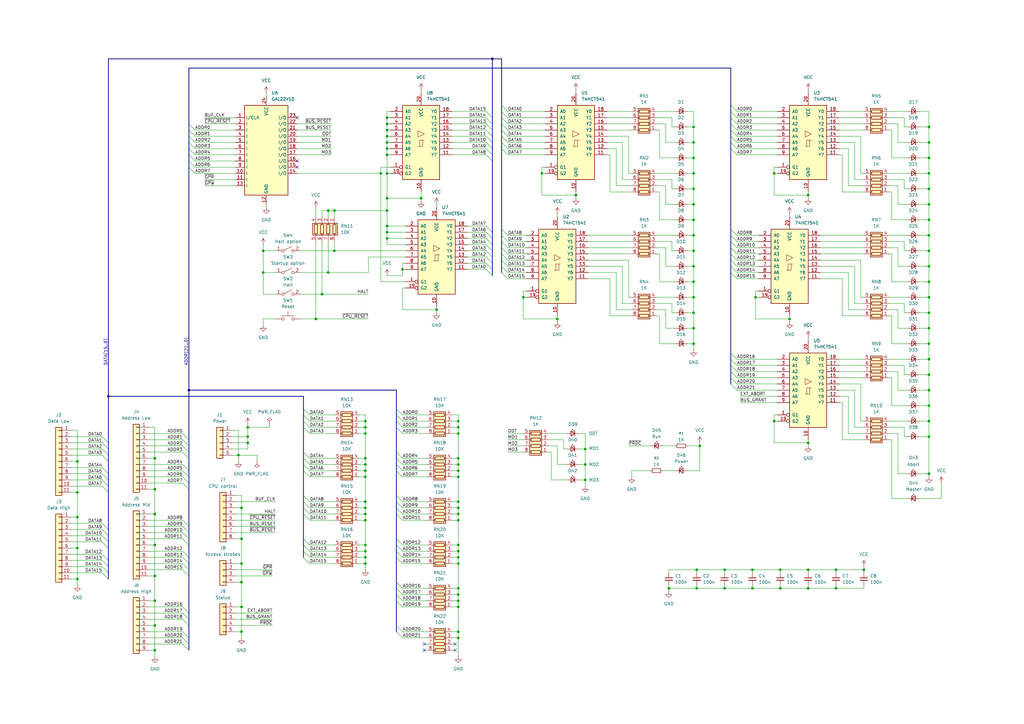
<source format=kicad_sch>
(kicad_sch (version 20250114) (generator "eeschema") (generator_version "9.0")
  (paper "A3")
  (title_block (title "Frontpanel") (date "2025-09-11") (rev "1"))
  (junction (at 381 179.07))
  (junction (at 99.06 259.08))
  (junction (at 149.86 223.52))
  (junction (at 381 52.07))
  (junction (at 158.75 53.34))
  (junction (at 285.75 241.3))
  (junction (at 381 109.22))
  (junction (at 187.96 210.82))
  (junction (at 63.5 266.7))
  (junction (at 187.96 243.84))
  (junction (at 284.48 71.12))
  (junction (at 187.96 259.08))
  (junction (at 240.03 184.15))
  (junction (at 308.61 241.3))
  (junction (at 137.16 86.36))
  (junction (at 187.96 187.96))
  (junction (at 63.5 200.66))
  (junction (at 97.79 186.69))
  (junction (at 158.75 71.12))
  (junction (at 158.75 60.96))
  (junction (at 187.96 195.58))
  (junction (at 381 90.17))
  (junction (at 149.86 190.5))
  (junction (at 285.75 233.68))
  (junction (at 284.48 96.52))
  (junction (at 381 64.77))
  (junction (at 381 172.72))
  (junction (at 222.25 71.12))
  (junction (at 320.04 241.3))
  (junction (at 201.93 24.13))
  (junction (at 132.08 120.65))
  (junction (at 317.5 71.12))
  (junction (at 63.5 236.22))
  (junction (at 228.6 130.81))
  (junction (at 149.86 187.96))
  (junction (at 187.96 223.52))
  (junction (at 342.9 241.3))
  (junction (at 107.95 102.87))
  (junction (at 284.48 77.47))
  (junction (at 284.48 64.77))
  (junction (at 63.5 210.82))
  (junction (at 381 160.02))
  (junction (at 158.75 81.28))
  (junction (at 107.95 111.76))
  (junction (at 63.5 187.96))
  (junction (at 31.75 189.23))
  (junction (at 381 71.12))
  (junction (at 381 83.82))
  (junction (at 381 153.67))
  (junction (at 381 96.52))
  (junction (at 187.96 172.72))
  (junction (at 320.04 233.68))
  (junction (at 214.63 121.92))
  (junction (at 149.86 231.14))
  (junction (at 284.48 83.82))
  (junction (at 323.85 130.81))
  (junction (at 284.48 128.27))
  (junction (at 274.32 241.3))
  (junction (at 63.5 256.54))
  (junction (at 236.22 80.01))
  (junction (at 284.48 134.62))
  (junction (at 317.5 172.72))
  (junction (at 187.96 226.06))
  (junction (at 331.47 80.01))
  (junction (at 284.48 109.22))
  (junction (at 134.62 111.76))
  (junction (at 149.86 195.58))
  (junction (at 158.75 55.88))
  (junction (at 287.02 182.88))
  (junction (at 284.48 58.42))
  (junction (at 149.86 208.28))
  (junction (at 101.6 175.26))
  (junction (at 149.86 226.06))
  (junction (at 187.96 228.6))
  (junction (at 137.16 102.87))
  (junction (at 149.86 177.8))
  (junction (at 31.75 237.49))
  (junction (at 381 140.97))
  (junction (at 158.75 48.26))
  (junction (at 381 77.47))
  (junction (at 149.86 175.26))
  (junction (at 149.86 210.82))
  (junction (at 149.86 193.04))
  (junction (at 44.45 162.56))
  (junction (at 149.86 213.36))
  (junction (at 99.06 231.14))
  (junction (at 63.5 246.38))
  (junction (at 284.48 102.87))
  (junction (at 129.54 130.81))
  (junction (at 187.96 205.74))
  (junction (at 99.06 248.92))
  (junction (at 381 147.32))
  (junction (at 99.06 238.76))
  (junction (at 297.18 233.68))
  (junction (at 331.47 233.68))
  (junction (at 381 102.87))
  (junction (at 187.96 241.3))
  (junction (at 158.75 63.5))
  (junction (at 187.96 213.36))
  (junction (at 179.07 127))
  (junction (at 187.96 175.26))
  (junction (at 381 166.37))
  (junction (at 187.96 177.8))
  (junction (at 240.03 196.85))
  (junction (at 284.48 140.97))
  (junction (at 158.75 50.8))
  (junction (at 342.9 233.68))
  (junction (at 381 194.31))
  (junction (at 284.48 90.17))
  (junction (at 187.96 231.14))
  (junction (at 381 134.62))
  (junction (at 187.96 190.5))
  (junction (at 99.06 220.98))
  (junction (at 158.75 58.42))
  (junction (at 331.47 181.61))
  (junction (at 284.48 121.92))
  (junction (at 187.96 248.92))
  (junction (at 99.06 208.28))
  (junction (at 331.47 241.3))
  (junction (at 284.48 52.07))
  (junction (at 158.75 86.36))
  (junction (at 308.61 233.68))
  (junction (at 149.86 228.6))
  (junction (at 158.75 97.79))
  (junction (at 158.75 92.71))
  (junction (at 31.75 224.79))
  (junction (at 31.75 201.93))
  (junction (at 156.21 71.12))
  (junction (at 77.47 160.02))
  (junction (at 381 58.42))
  (junction (at 31.75 212.09))
  (junction (at 381 128.27))
  (junction (at 309.88 121.92))
  (junction (at 187.96 208.28))
  (junction (at 297.18 241.3))
  (junction (at 284.48 115.57))
  (junction (at 101.6 181.61))
  (junction (at 240.03 190.5))
  (junction (at 149.86 205.74))
  (junction (at 172.72 81.28))
  (junction (at 354.33 233.68))
  (junction (at 187.96 246.38))
  (junction (at 101.6 179.07))
  (junction (at 149.86 172.72))
  (junction (at 63.5 223.52))
  (junction (at 134.62 86.36))
  (junction (at 187.96 193.04))
  (junction (at 158.75 95.25))
  (junction (at 381 115.57))
  (junction (at 165.1 110.49))
  (junction (at 381 121.92))
  (junction (at 187.96 261.62))
  (no_connect (at 121.92 66.04))
  (no_connect (at 186.69 266.7))
  (no_connect (at 121.92 48.26))
  (no_connect (at 121.92 68.58))
  (no_connect (at 186.69 264.16))
  (no_connect (at 173.99 264.16))
  (no_connect (at 173.99 266.7))
  (bus_entry (at 299.72 104.14) (size 2.54 2.54))
  (bus_entry (at 124.46 170.18) (size 2.54 2.54))
  (bus_entry (at 74.93 259.08) (size 2.54 2.54))
  (bus_entry (at 124.46 226.06) (size 2.54 2.54))
  (bus_entry (at 199.39 102.87) (size 2.54 2.54))
  (bus_entry (at 199.39 63.5) (size 2.54 2.54))
  (bus_entry (at 299.72 96.52) (size 2.54 2.54))
  (bus_entry (at 299.72 147.32) (size 2.54 2.54))
  (bus_entry (at 162.56 193.04) (size 2.54 2.54))
  (bus_entry (at 41.91 214.63) (size 2.54 2.54))
  (bus_entry (at 74.93 190.5) (size 2.54 2.54))
  (bus_entry (at 77.47 66.04) (size 2.54 2.54))
  (bus_entry (at 205.74 50.8) (size 2.54 2.54))
  (bus_entry (at 299.72 50.8) (size 2.54 2.54))
  (bus_entry (at 199.39 100.33) (size 2.54 2.54))
  (bus_entry (at 74.93 220.98) (size 2.54 2.54))
  (bus_entry (at 162.56 238.76) (size 2.54 2.54))
  (bus_entry (at 162.56 246.38) (size 2.54 2.54))
  (bus_entry (at 162.56 187.96) (size 2.54 2.54))
  (bus_entry (at 299.72 109.22) (size 2.54 2.54))
  (bus_entry (at 124.46 190.5) (size 2.54 2.54))
  (bus_entry (at 41.91 232.41) (size 2.54 2.54))
  (bus_entry (at 205.74 58.42) (size 2.54 2.54))
  (bus_entry (at 41.91 217.17) (size 2.54 2.54))
  (bus_entry (at 199.39 53.34) (size 2.54 2.54))
  (bus_entry (at 74.93 226.06) (size 2.54 2.54))
  (bus_entry (at 74.93 185.42) (size 2.54 2.54))
  (bus_entry (at 74.93 198.12) (size 2.54 2.54))
  (bus_entry (at 77.47 63.5) (size 2.54 2.54))
  (bus_entry (at 299.72 53.34) (size 2.54 2.54))
  (bus_entry (at 41.91 181.61) (size 2.54 2.54))
  (bus_entry (at 299.72 43.18) (size 2.54 2.54))
  (bus_entry (at 74.93 228.6) (size 2.54 2.54))
  (bus_entry (at 199.39 58.42) (size 2.54 2.54))
  (bus_entry (at 199.39 110.49) (size 2.54 2.54))
  (bus_entry (at 41.91 186.69) (size 2.54 2.54))
  (bus_entry (at 124.46 223.52) (size 2.54 2.54))
  (bus_entry (at 162.56 172.72) (size 2.54 2.54))
  (bus_entry (at 41.91 194.31) (size 2.54 2.54))
  (bus_entry (at 162.56 208.28) (size 2.54 2.54))
  (bus_entry (at 124.46 172.72) (size 2.54 2.54))
  (bus_entry (at 205.74 48.26) (size 2.54 2.54))
  (bus_entry (at 205.74 106.68) (size 2.54 2.54))
  (bus_entry (at 74.93 261.62) (size 2.54 2.54))
  (bus_entry (at 299.72 93.98) (size 2.54 2.54))
  (bus_entry (at 74.93 264.16) (size 2.54 2.54))
  (bus_entry (at 124.46 187.96) (size 2.54 2.54))
  (bus_entry (at 74.93 215.9) (size 2.54 2.54))
  (bus_entry (at 199.39 92.71) (size 2.54 2.54))
  (bus_entry (at 299.72 99.06) (size 2.54 2.54))
  (bus_entry (at 299.72 58.42) (size 2.54 2.54))
  (bus_entry (at 199.39 45.72) (size 2.54 2.54))
  (bus_entry (at 74.93 251.46) (size 2.54 2.54))
  (bus_entry (at 199.39 105.41) (size 2.54 2.54))
  (bus_entry (at 162.56 210.82) (size 2.54 2.54))
  (bus_entry (at 299.72 154.94) (size 2.54 2.54))
  (bus_entry (at 41.91 191.77) (size 2.54 2.54))
  (bus_entry (at 162.56 203.2) (size 2.54 2.54))
  (bus_entry (at 41.91 229.87) (size 2.54 2.54))
  (bus_entry (at 299.72 45.72) (size 2.54 2.54))
  (bus_entry (at 41.91 227.33) (size 2.54 2.54))
  (bus_entry (at 77.47 53.34) (size 2.54 2.54))
  (bus_entry (at 299.72 111.76) (size 2.54 2.54))
  (bus_entry (at 162.56 259.08) (size 2.54 2.54))
  (bus_entry (at 162.56 175.26) (size 2.54 2.54))
  (bus_entry (at 124.46 210.82) (size 2.54 2.54))
  (bus_entry (at 205.74 99.06) (size 2.54 2.54))
  (bus_entry (at 299.72 60.96) (size 2.54 2.54))
  (bus_entry (at 205.74 96.52) (size 2.54 2.54))
  (bus_entry (at 162.56 167.64) (size 2.54 2.54))
  (bus_entry (at 74.93 195.58) (size 2.54 2.54))
  (bus_entry (at 41.91 179.07) (size 2.54 2.54))
  (bus_entry (at 124.46 205.74) (size 2.54 2.54))
  (bus_entry (at 162.56 220.98) (size 2.54 2.54))
  (bus_entry (at 41.91 196.85) (size 2.54 2.54))
  (bus_entry (at 299.72 106.68) (size 2.54 2.54))
  (bus_entry (at 205.74 109.22) (size 2.54 2.54))
  (bus_entry (at 74.93 231.14) (size 2.54 2.54))
  (bus_entry (at 124.46 208.28) (size 2.54 2.54))
  (bus_entry (at 205.74 60.96) (size 2.54 2.54))
  (bus_entry (at 162.56 170.18) (size 2.54 2.54))
  (bus_entry (at 124.46 193.04) (size 2.54 2.54))
  (bus_entry (at 299.72 55.88) (size 2.54 2.54))
  (bus_entry (at 199.39 107.95) (size 2.54 2.54))
  (bus_entry (at 205.74 93.98) (size 2.54 2.54))
  (bus_entry (at 199.39 50.8) (size 2.54 2.54))
  (bus_entry (at 41.91 222.25) (size 2.54 2.54))
  (bus_entry (at 41.91 234.95) (size 2.54 2.54))
  (bus_entry (at 74.93 233.68) (size 2.54 2.54))
  (bus_entry (at 299.72 152.4) (size 2.54 2.54))
  (bus_entry (at 77.47 50.8) (size 2.54 2.54))
  (bus_entry (at 299.72 101.6) (size 2.54 2.54))
  (bus_entry (at 205.74 111.76) (size 2.54 2.54))
  (bus_entry (at 199.39 55.88) (size 2.54 2.54))
  (bus_entry (at 124.46 203.2) (size 2.54 2.54))
  (bus_entry (at 299.72 149.86) (size 2.54 2.54))
  (bus_entry (at 299.72 144.78) (size 2.54 2.54))
  (bus_entry (at 74.93 182.88) (size 2.54 2.54))
  (bus_entry (at 162.56 243.84) (size 2.54 2.54))
  (bus_entry (at 162.56 256.54) (size 2.54 2.54))
  (bus_entry (at 205.74 43.18) (size 2.54 2.54))
  (bus_entry (at 162.56 223.52) (size 2.54 2.54))
  (bus_entry (at 162.56 228.6) (size 2.54 2.54))
  (bus_entry (at 162.56 190.5) (size 2.54 2.54))
  (bus_entry (at 205.74 53.34) (size 2.54 2.54))
  (bus_entry (at 41.91 184.15) (size 2.54 2.54))
  (bus_entry (at 162.56 241.3) (size 2.54 2.54))
  (bus_entry (at 124.46 185.42) (size 2.54 2.54))
  (bus_entry (at 74.93 254) (size 2.54 2.54))
  (bus_entry (at 124.46 175.26) (size 2.54 2.54))
  (bus_entry (at 124.46 220.98) (size 2.54 2.54))
  (bus_entry (at 299.72 157.48) (size 2.54 2.54))
  (bus_entry (at 162.56 205.74) (size 2.54 2.54))
  (bus_entry (at 299.72 48.26) (size 2.54 2.54))
  (bus_entry (at 74.93 213.36) (size 2.54 2.54))
  (bus_entry (at 41.91 199.39) (size 2.54 2.54))
  (bus_entry (at 74.93 248.92) (size 2.54 2.54))
  (bus_entry (at 199.39 97.79) (size 2.54 2.54))
  (bus_entry (at 124.46 167.64) (size 2.54 2.54))
  (bus_entry (at 205.74 55.88) (size 2.54 2.54))
  (bus_entry (at 77.47 60.96) (size 2.54 2.54))
  (bus_entry (at 205.74 104.14) (size 2.54 2.54))
  (bus_entry (at 124.46 228.6) (size 2.54 2.54))
  (bus_entry (at 205.74 101.6) (size 2.54 2.54))
  (bus_entry (at 199.39 60.96) (size 2.54 2.54))
  (bus_entry (at 162.56 226.06) (size 2.54 2.54))
  (bus_entry (at 74.93 193.04) (size 2.54 2.54))
  (bus_entry (at 199.39 48.26) (size 2.54 2.54))
  (bus_entry (at 199.39 95.25) (size 2.54 2.54))
  (bus_entry (at 74.93 218.44) (size 2.54 2.54))
  (bus_entry (at 41.91 219.71) (size 2.54 2.54))
  (bus_entry (at 162.56 185.42) (size 2.54 2.54))
  (bus_entry (at 74.93 180.34) (size 2.54 2.54))
  (bus_entry (at 77.47 58.42) (size 2.54 2.54))
  (bus_entry (at 74.93 177.8) (size 2.54 2.54))
  (bus_entry (at 77.47 55.88) (size 2.54 2.54))
  (bus_entry (at 205.74 45.72) (size 2.54 2.54))
  (bus_entry (at 77.47 68.58) (size 2.54 2.54))
  (wire (pts (xy 123.19 120.65) (xy 132.08 120.65)))
  (wire (pts (xy 365.76 53.34) (xy 365.76 64.77)))
  (wire (pts (xy 147.32 228.6) (xy 149.86 228.6)))
  (wire (pts (xy 147.32 223.52) (xy 149.86 223.52)))
  (wire (pts (xy 344.17 154.94) (xy 354.33 154.94)))
  (wire (pts (xy 165.1 110.49) (xy 166.37 110.49)))
  (wire (pts (xy 97.79 186.69) (xy 97.79 189.23)))
  (wire (pts (xy 275.59 99.06) (xy 275.59 102.87)))
  (wire (pts (xy 29.21 179.07) (xy 41.91 179.07)))
  (wire (pts (xy 179.07 83.82) (xy 179.07 85.09)))
  (wire (pts (xy 101.6 175.26) (xy 110.49 175.26)))
  (bus (pts (xy 299.72 111.76) (xy 299.72 144.78)))
  (wire (pts (xy 224.79 177.8) (xy 232.41 177.8)))
  (wire (pts (xy 364.49 149.86) (xy 370.84 149.86)))
  (wire (pts (xy 269.24 71.12) (xy 276.86 71.12)))
  (wire (pts (xy 231.14 180.34) (xy 231.14 184.15)))
  (wire (pts (xy 370.84 99.06) (xy 370.84 102.87)))
  (wire (pts (xy 259.08 193.04) (xy 259.08 195.58)))
  (wire (pts (xy 165.1 177.8) (xy 175.26 177.8)))
  (wire (pts (xy 364.49 152.4) (xy 368.3 152.4)))
  (wire (pts (xy 270.51 64.77) (xy 276.86 64.77)))
  (wire (pts (xy 185.42 223.52) (xy 187.96 223.52)))
  (wire (pts (xy 281.94 115.57) (xy 284.48 115.57)))
  (wire (pts (xy 302.26 154.94) (xy 318.77 154.94)))
  (bus (pts (xy 162.56 256.54) (xy 162.56 259.08)))
  (wire (pts (xy 281.94 77.47) (xy 284.48 77.47)))
  (wire (pts (xy 165.1 243.84) (xy 175.26 243.84)))
  (wire (pts (xy 187.96 175.26) (xy 187.96 177.8)))
  (wire (pts (xy 226.06 196.85) (xy 232.41 196.85)))
  (bus (pts (xy 299.72 58.42) (xy 299.72 60.96)))
  (wire (pts (xy 172.72 82.55) (xy 172.72 81.28)))
  (bus (pts (xy 205.74 53.34) (xy 205.74 55.88)))
  (bus (pts (xy 162.56 210.82) (xy 162.56 220.98)))
  (wire (pts (xy 281.94 134.62) (xy 284.48 134.62)))
  (wire (pts (xy 323.85 129.54) (xy 323.85 130.81)))
  (wire (pts (xy 377.19 102.87) (xy 381 102.87)))
  (bus (pts (xy 299.72 53.34) (xy 299.72 55.88)))
  (wire (pts (xy 149.86 177.8) (xy 149.86 187.96)))
  (wire (pts (xy 302.26 99.06) (xy 311.15 99.06)))
  (bus (pts (xy 299.72 149.86) (xy 299.72 152.4)))
  (wire (pts (xy 241.3 109.22) (xy 255.27 109.22)))
  (wire (pts (xy 185.42 208.28) (xy 187.96 208.28)))
  (wire (pts (xy 302.26 111.76) (xy 311.15 111.76)))
  (bus (pts (xy 124.46 170.18) (xy 124.46 172.72)))
  (wire (pts (xy 240.03 190.5) (xy 240.03 196.85)))
  (bus (pts (xy 205.74 55.88) (xy 205.74 58.42)))
  (wire (pts (xy 285.75 240.03) (xy 285.75 241.3)))
  (wire (pts (xy 199.39 63.5) (xy 185.42 63.5)))
  (wire (pts (xy 187.96 261.62) (xy 187.96 269.24)))
  (wire (pts (xy 377.19 194.31) (xy 381 194.31)))
  (bus (pts (xy 77.47 50.8) (xy 77.47 53.34)))
  (wire (pts (xy 228.6 129.54) (xy 228.6 130.81)))
  (wire (pts (xy 63.5 246.38) (xy 63.5 256.54)))
  (wire (pts (xy 318.77 162.56) (xy 303.53 162.56)))
  (wire (pts (xy 308.61 234.95) (xy 308.61 233.68)))
  (wire (pts (xy 336.55 106.68) (xy 353.06 106.68)))
  (wire (pts (xy 353.06 157.48) (xy 353.06 172.72)))
  (wire (pts (xy 96.52 210.82) (xy 113.03 210.82)))
  (wire (pts (xy 96.52 208.28) (xy 99.06 208.28)))
  (wire (pts (xy 187.96 208.28) (xy 187.96 210.82)))
  (wire (pts (xy 318.77 165.1) (xy 303.53 165.1)))
  (wire (pts (xy 158.75 71.12) (xy 158.75 81.28)))
  (wire (pts (xy 187.96 187.96) (xy 187.96 190.5)))
  (wire (pts (xy 381 195.58) (xy 381 194.31)))
  (wire (pts (xy 165.1 261.62) (xy 175.26 261.62)))
  (wire (pts (xy 80.01 53.34) (xy 96.52 53.34)))
  (wire (pts (xy 317.5 68.58) (xy 317.5 71.12)))
  (wire (pts (xy 381 166.37) (xy 381 172.72)))
  (wire (pts (xy 365.76 154.94) (xy 365.76 166.37)))
  (wire (pts (xy 99.06 220.98) (xy 99.06 231.14)))
  (wire (pts (xy 381 52.07) (xy 381 58.42)))
  (wire (pts (xy 241.3 101.6) (xy 259.08 101.6)))
  (wire (pts (xy 365.76 90.17) (xy 372.11 90.17)))
  (wire (pts (xy 147.32 177.8) (xy 149.86 177.8)))
  (wire (pts (xy 297.18 240.03) (xy 297.18 241.3)))
  (wire (pts (xy 240.03 196.85) (xy 240.03 199.39)))
  (wire (pts (xy 29.21 234.95) (xy 41.91 234.95)))
  (bus (pts (xy 77.47 160.02) (xy 77.47 180.34)))
  (wire (pts (xy 302.26 157.48) (xy 318.77 157.48)))
  (wire (pts (xy 97.79 176.53) (xy 97.79 186.69)))
  (bus (pts (xy 77.47 236.22) (xy 77.47 251.46)))
  (wire (pts (xy 365.76 204.47) (xy 372.11 204.47)))
  (wire (pts (xy 127 177.8) (xy 137.16 177.8)))
  (wire (pts (xy 302.26 50.8) (xy 318.77 50.8)))
  (wire (pts (xy 158.75 92.71) (xy 166.37 92.71)))
  (wire (pts (xy 127 193.04) (xy 137.16 193.04)))
  (wire (pts (xy 63.5 256.54) (xy 63.5 266.7)))
  (wire (pts (xy 248.92 55.88) (xy 257.81 55.88)))
  (bus (pts (xy 77.47 200.66) (xy 77.47 215.9)))
  (wire (pts (xy 297.18 241.3) (xy 308.61 241.3)))
  (wire (pts (xy 165.1 248.92) (xy 175.26 248.92)))
  (bus (pts (xy 162.56 185.42) (xy 162.56 187.96)))
  (wire (pts (xy 344.17 160.02) (xy 350.52 160.02)))
  (bus (pts (xy 162.56 228.6) (xy 162.56 238.76)))
  (wire (pts (xy 274.32 242.57) (xy 274.32 241.3)))
  (bus (pts (xy 44.45 232.41) (xy 44.45 234.95)))
  (wire (pts (xy 158.75 55.88) (xy 158.75 58.42)))
  (wire (pts (xy 342.9 240.03) (xy 342.9 241.3)))
  (wire (pts (xy 381 109.22) (xy 381 115.57)))
  (wire (pts (xy 281.94 52.07) (xy 284.48 52.07)))
  (wire (pts (xy 370.84 77.47) (xy 372.11 77.47)))
  (wire (pts (xy 158.75 113.03) (xy 165.1 113.03)))
  (wire (pts (xy 165.1 175.26) (xy 175.26 175.26)))
  (wire (pts (xy 323.85 87.63) (xy 323.85 88.9)))
  (wire (pts (xy 259.08 193.04) (xy 266.7 193.04)))
  (wire (pts (xy 345.44 165.1) (xy 345.44 180.34)))
  (wire (pts (xy 96.52 251.46) (xy 111.76 251.46)))
  (bus (pts (xy 162.56 172.72) (xy 162.56 175.26)))
  (bus (pts (xy 124.46 203.2) (xy 124.46 205.74)))
  (wire (pts (xy 317.5 71.12) (xy 318.77 71.12)))
  (wire (pts (xy 365.76 64.77) (xy 372.11 64.77)))
  (wire (pts (xy 368.3 83.82) (xy 372.11 83.82)))
  (bus (pts (xy 44.45 162.56) (xy 124.46 162.56)))
  (wire (pts (xy 83.82 76.2) (xy 96.52 76.2)))
  (wire (pts (xy 137.16 102.87) (xy 166.37 102.87)))
  (wire (pts (xy 135.89 63.5) (xy 121.92 63.5)))
  (wire (pts (xy 165.1 246.38) (xy 175.26 246.38)))
  (wire (pts (xy 208.28 50.8) (xy 223.52 50.8)))
  (bus (pts (xy 201.93 60.96) (xy 201.93 63.5)))
  (wire (pts (xy 281.94 128.27) (xy 284.48 128.27)))
  (wire (pts (xy 228.6 190.5) (xy 232.41 190.5)))
  (wire (pts (xy 269.24 53.34) (xy 270.51 53.34)))
  (wire (pts (xy 80.01 68.58) (xy 96.52 68.58)))
  (wire (pts (xy 284.48 45.72) (xy 284.48 52.07)))
  (wire (pts (xy 158.75 63.5) (xy 160.02 63.5)))
  (wire (pts (xy 31.75 212.09) (xy 31.75 224.79)))
  (wire (pts (xy 60.96 195.58) (xy 74.93 195.58)))
  (wire (pts (xy 60.96 264.16) (xy 74.93 264.16)))
  (wire (pts (xy 165.1 107.95) (xy 165.1 110.49)))
  (bus (pts (xy 201.93 100.33) (xy 201.93 102.87)))
  (wire (pts (xy 302.26 160.02) (xy 318.77 160.02)))
  (wire (pts (xy 281.94 45.72) (xy 284.48 45.72)))
  (wire (pts (xy 377.19 179.07) (xy 381 179.07)))
  (wire (pts (xy 364.49 180.34) (xy 365.76 180.34)))
  (wire (pts (xy 377.19 140.97) (xy 381 140.97)))
  (wire (pts (xy 274.32 233.68) (xy 285.75 233.68)))
  (wire (pts (xy 158.75 100.33) (xy 166.37 100.33)))
  (wire (pts (xy 149.86 231.14) (xy 149.86 233.68)))
  (wire (pts (xy 350.52 175.26) (xy 354.33 175.26)))
  (wire (pts (xy 284.48 64.77) (xy 284.48 71.12)))
  (wire (pts (xy 281.94 121.92) (xy 284.48 121.92)))
  (wire (pts (xy 271.78 182.88) (xy 276.86 182.88)))
  (wire (pts (xy 331.47 240.03) (xy 331.47 241.3)))
  (wire (pts (xy 224.79 185.42) (xy 226.06 185.42)))
  (wire (pts (xy 345.44 78.74) (xy 354.33 78.74)))
  (wire (pts (xy 60.96 259.08) (xy 74.93 259.08)))
  (wire (pts (xy 185.42 210.82) (xy 187.96 210.82)))
  (wire (pts (xy 63.5 175.26) (xy 63.5 187.96)))
  (wire (pts (xy 96.52 248.92) (xy 99.06 248.92)))
  (wire (pts (xy 365.76 78.74) (xy 365.76 90.17)))
  (wire (pts (xy 237.49 177.8) (xy 240.03 177.8)))
  (wire (pts (xy 80.01 63.5) (xy 96.52 63.5)))
  (wire (pts (xy 185.42 213.36) (xy 187.96 213.36)))
  (wire (pts (xy 377.19 83.82) (xy 381 83.82)))
  (wire (pts (xy 199.39 110.49) (xy 191.77 110.49)))
  (wire (pts (xy 381 160.02) (xy 381 166.37)))
  (wire (pts (xy 273.05 134.62) (xy 276.86 134.62)))
  (wire (pts (xy 127 213.36) (xy 137.16 213.36)))
  (wire (pts (xy 199.39 60.96) (xy 185.42 60.96)))
  (wire (pts (xy 208.28 63.5) (xy 223.52 63.5)))
  (wire (pts (xy 172.72 81.28) (xy 172.72 78.74)))
  (wire (pts (xy 208.28 58.42) (xy 223.52 58.42)))
  (wire (pts (xy 364.49 76.2) (xy 368.3 76.2)))
  (wire (pts (xy 344.17 157.48) (xy 353.06 157.48)))
  (wire (pts (xy 185.42 193.04) (xy 187.96 193.04)))
  (wire (pts (xy 31.75 224.79) (xy 31.75 237.49)))
  (wire (pts (xy 29.21 217.17) (xy 41.91 217.17)))
  (wire (pts (xy 284.48 83.82) (xy 284.48 90.17)))
  (wire (pts (xy 29.21 232.41) (xy 41.91 232.41)))
  (wire (pts (xy 302.26 48.26) (xy 318.77 48.26)))
  (wire (pts (xy 60.96 193.04) (xy 74.93 193.04)))
  (wire (pts (xy 187.96 226.06) (xy 187.96 228.6)))
  (wire (pts (xy 214.63 130.81) (xy 228.6 130.81)))
  (wire (pts (xy 257.81 121.92) (xy 259.08 121.92)))
  (wire (pts (xy 147.32 231.14) (xy 149.86 231.14)))
  (wire (pts (xy 331.47 233.68) (xy 342.9 233.68)))
  (wire (pts (xy 281.94 64.77) (xy 284.48 64.77)))
  (wire (pts (xy 165.1 107.95) (xy 166.37 107.95)))
  (wire (pts (xy 269.24 50.8) (xy 273.05 50.8)))
  (wire (pts (xy 158.75 58.42) (xy 158.75 60.96)))
  (wire (pts (xy 149.86 175.26) (xy 149.86 177.8)))
  (bus (pts (xy 77.47 185.42) (xy 77.47 187.96)))
  (bus (pts (xy 77.47 160.02) (xy 162.56 160.02)))
  (wire (pts (xy 275.59 73.66) (xy 275.59 77.47)))
  (wire (pts (xy 364.49 53.34) (xy 365.76 53.34)))
  (wire (pts (xy 377.19 153.67) (xy 381 153.67)))
  (bus (pts (xy 201.93 102.87) (xy 201.93 105.41)))
  (wire (pts (xy 370.84 48.26) (xy 370.84 52.07)))
  (wire (pts (xy 222.25 71.12) (xy 222.25 80.01)))
  (wire (pts (xy 364.49 78.74) (xy 365.76 78.74)))
  (wire (pts (xy 60.96 228.6) (xy 74.93 228.6)))
  (wire (pts (xy 135.89 60.96) (xy 121.92 60.96)))
  (wire (pts (xy 275.59 77.47) (xy 276.86 77.47)))
  (bus (pts (xy 205.74 104.14) (xy 205.74 106.68)))
  (wire (pts (xy 344.17 45.72) (xy 354.33 45.72)))
  (wire (pts (xy 353.06 71.12) (xy 354.33 71.12)))
  (wire (pts (xy 185.42 190.5) (xy 187.96 190.5)))
  (wire (pts (xy 147.32 205.74) (xy 149.86 205.74)))
  (wire (pts (xy 208.28 182.88) (xy 214.63 182.88)))
  (bus (pts (xy 124.46 162.56) (xy 124.46 167.64)))
  (wire (pts (xy 134.62 86.36) (xy 134.62 88.9)))
  (wire (pts (xy 214.63 121.92) (xy 214.63 130.81)))
  (wire (pts (xy 284.48 77.47) (xy 284.48 83.82)))
  (wire (pts (xy 269.24 76.2) (xy 273.05 76.2)))
  (wire (pts (xy 158.75 81.28) (xy 172.72 81.28)))
  (wire (pts (xy 377.19 71.12) (xy 381 71.12)))
  (wire (pts (xy 331.47 36.83) (xy 331.47 38.1)))
  (wire (pts (xy 377.19 204.47) (xy 386.08 204.47)))
  (wire (pts (xy 364.49 177.8) (xy 368.3 177.8)))
  (wire (pts (xy 110.49 173.99) (xy 110.49 175.26)))
  (bus (pts (xy 205.74 58.42) (xy 205.74 60.96)))
  (bus (pts (xy 162.56 243.84) (xy 162.56 246.38)))
  (wire (pts (xy 275.59 48.26) (xy 275.59 52.07)))
  (wire (pts (xy 336.55 114.3) (xy 345.44 114.3)))
  (wire (pts (xy 147.32 213.36) (xy 149.86 213.36)))
  (wire (pts (xy 381 121.92) (xy 381 128.27)))
  (wire (pts (xy 347.98 127) (xy 354.33 127)))
  (wire (pts (xy 302.26 101.6) (xy 311.15 101.6)))
  (wire (pts (xy 63.5 210.82) (xy 60.96 210.82)))
  (wire (pts (xy 149.86 228.6) (xy 149.86 231.14)))
  (wire (pts (xy 60.96 231.14) (xy 74.93 231.14)))
  (wire (pts (xy 60.96 180.34) (xy 74.93 180.34)))
  (bus (pts (xy 44.45 189.23) (xy 44.45 194.31)))
  (wire (pts (xy 381 90.17) (xy 381 96.52)))
  (wire (pts (xy 228.6 182.88) (xy 228.6 190.5)))
  (bus (pts (xy 77.47 68.58) (xy 77.47 160.02)))
  (bus (pts (xy 124.46 193.04) (xy 124.46 203.2)))
  (wire (pts (xy 158.75 48.26) (xy 158.75 50.8)))
  (bus (pts (xy 162.56 167.64) (xy 162.56 170.18)))
  (bus (pts (xy 77.47 233.68) (xy 77.47 236.22)))
  (wire (pts (xy 149.86 205.74) (xy 149.86 208.28)))
  (wire (pts (xy 350.52 109.22) (xy 350.52 124.46)))
  (wire (pts (xy 101.6 181.61) (xy 101.6 184.15)))
  (wire (pts (xy 275.59 102.87) (xy 276.86 102.87)))
  (wire (pts (xy 274.32 241.3) (xy 285.75 241.3)))
  (wire (pts (xy 281.94 96.52) (xy 284.48 96.52)))
  (bus (pts (xy 77.47 231.14) (xy 77.47 233.68)))
  (wire (pts (xy 257.81 55.88) (xy 257.81 71.12)))
  (wire (pts (xy 199.39 107.95) (xy 191.77 107.95)))
  (wire (pts (xy 248.92 50.8) (xy 259.08 50.8)))
  (wire (pts (xy 336.55 101.6) (xy 354.33 101.6)))
  (bus (pts (xy 77.47 220.98) (xy 77.47 223.52)))
  (wire (pts (xy 121.92 71.12) (xy 156.21 71.12)))
  (wire (pts (xy 252.73 76.2) (xy 259.08 76.2)))
  (wire (pts (xy 274.32 233.68) (xy 274.32 234.95)))
  (wire (pts (xy 147.32 190.5) (xy 149.86 190.5)))
  (bus (pts (xy 201.93 97.79) (xy 201.93 100.33)))
  (wire (pts (xy 381 128.27) (xy 381 134.62)))
  (wire (pts (xy 320.04 234.95) (xy 320.04 233.68)))
  (bus (pts (xy 44.45 194.31) (xy 44.45 196.85)))
  (wire (pts (xy 248.92 63.5) (xy 250.19 63.5)))
  (wire (pts (xy 368.3 127) (xy 368.3 134.62)))
  (wire (pts (xy 377.19 147.32) (xy 381 147.32)))
  (wire (pts (xy 63.5 246.38) (xy 60.96 246.38)))
  (wire (pts (xy 377.19 115.57) (xy 381 115.57)))
  (bus (pts (xy 44.45 201.93) (xy 44.45 217.17)))
  (wire (pts (xy 309.88 119.38) (xy 309.88 121.92)))
  (wire (pts (xy 336.55 99.06) (xy 354.33 99.06)))
  (wire (pts (xy 156.21 68.58) (xy 160.02 68.58)))
  (wire (pts (xy 158.75 60.96) (xy 158.75 63.5)))
  (wire (pts (xy 281.94 90.17) (xy 284.48 90.17)))
  (wire (pts (xy 129.54 85.09) (xy 129.54 88.9)))
  (bus (pts (xy 162.56 160.02) (xy 162.56 167.64)))
  (bus (pts (xy 162.56 187.96) (xy 162.56 190.5)))
  (wire (pts (xy 269.24 99.06) (xy 275.59 99.06)))
  (wire (pts (xy 187.96 243.84) (xy 187.96 246.38)))
  (wire (pts (xy 208.28 48.26) (xy 223.52 48.26)))
  (wire (pts (xy 248.92 60.96) (xy 252.73 60.96)))
  (wire (pts (xy 187.96 223.52) (xy 187.96 226.06)))
  (bus (pts (xy 124.46 208.28) (xy 124.46 210.82)))
  (wire (pts (xy 255.27 124.46) (xy 259.08 124.46)))
  (wire (pts (xy 317.5 71.12) (xy 317.5 80.01)))
  (wire (pts (xy 199.39 55.88) (xy 185.42 55.88)))
  (wire (pts (xy 344.17 50.8) (xy 354.33 50.8)))
  (wire (pts (xy 83.82 50.8) (xy 96.52 50.8)))
  (wire (pts (xy 308.61 233.68) (xy 320.04 233.68)))
  (wire (pts (xy 370.84 124.46) (xy 370.84 128.27)))
  (wire (pts (xy 344.17 162.56) (xy 347.98 162.56)))
  (wire (pts (xy 165.1 226.06) (xy 175.26 226.06)))
  (wire (pts (xy 137.16 99.06) (xy 137.16 102.87)))
  (wire (pts (xy 208.28 60.96) (xy 223.52 60.96)))
  (wire (pts (xy 149.86 170.18) (xy 149.86 172.72)))
  (wire (pts (xy 165.1 259.08) (xy 175.26 259.08)))
  (wire (pts (xy 331.47 234.95) (xy 331.47 233.68)))
  (bus (pts (xy 124.46 187.96) (xy 124.46 190.5)))
  (wire (pts (xy 331.47 80.01) (xy 331.47 81.28)))
  (wire (pts (xy 273.05 58.42) (xy 276.86 58.42)))
  (wire (pts (xy 364.49 175.26) (xy 370.84 175.26)))
  (wire (pts (xy 158.75 45.72) (xy 160.02 45.72)))
  (wire (pts (xy 127 175.26) (xy 137.16 175.26)))
  (wire (pts (xy 317.5 181.61) (xy 331.47 181.61)))
  (bus (pts (xy 299.72 60.96) (xy 299.72 93.98)))
  (wire (pts (xy 317.5 170.18) (xy 318.77 170.18)))
  (wire (pts (xy 101.6 179.07) (xy 101.6 181.61)))
  (wire (pts (xy 271.78 193.04) (xy 276.86 193.04)))
  (wire (pts (xy 199.39 50.8) (xy 185.42 50.8)))
  (wire (pts (xy 364.49 124.46) (xy 370.84 124.46)))
  (wire (pts (xy 129.54 99.06) (xy 129.54 130.81)))
  (wire (pts (xy 96.52 220.98) (xy 99.06 220.98)))
  (bus (pts (xy 77.47 58.42) (xy 77.47 60.96)))
  (wire (pts (xy 31.75 201.93) (xy 29.21 201.93)))
  (wire (pts (xy 236.22 78.74) (xy 236.22 80.01)))
  (wire (pts (xy 302.26 60.96) (xy 318.77 60.96)))
  (wire (pts (xy 134.62 99.06) (xy 134.62 111.76)))
  (wire (pts (xy 132.08 86.36) (xy 132.08 88.9)))
  (wire (pts (xy 302.26 53.34) (xy 318.77 53.34)))
  (bus (pts (xy 44.45 224.79) (xy 44.45 229.87)))
  (bus (pts (xy 201.93 55.88) (xy 201.93 58.42)))
  (wire (pts (xy 248.92 58.42) (xy 255.27 58.42)))
  (wire (pts (xy 135.89 50.8) (xy 121.92 50.8)))
  (wire (pts (xy 96.52 259.08) (xy 99.06 259.08)))
  (wire (pts (xy 99.06 203.2) (xy 99.06 208.28)))
  (bus (pts (xy 44.45 222.25) (xy 44.45 224.79)))
  (wire (pts (xy 368.3 109.22) (xy 372.11 109.22)))
  (wire (pts (xy 368.3 177.8) (xy 368.3 194.31)))
  (wire (pts (xy 149.86 193.04) (xy 149.86 195.58)))
  (wire (pts (xy 302.26 58.42) (xy 318.77 58.42)))
  (wire (pts (xy 302.26 45.72) (xy 318.77 45.72)))
  (wire (pts (xy 95.25 179.07) (xy 101.6 179.07)))
  (wire (pts (xy 165.1 210.82) (xy 175.26 210.82)))
  (wire (pts (xy 226.06 185.42) (xy 226.06 196.85)))
  (bus (pts (xy 77.47 55.88) (xy 77.47 58.42)))
  (bus (pts (xy 299.72 104.14) (xy 299.72 106.68)))
  (wire (pts (xy 60.96 218.44) (xy 74.93 218.44)))
  (wire (pts (xy 273.05 127) (xy 273.05 134.62)))
  (bus (pts (xy 77.47 228.6) (xy 77.47 231.14)))
  (wire (pts (xy 165.1 118.11) (xy 166.37 118.11)))
  (wire (pts (xy 250.19 114.3) (xy 250.19 129.54)))
  (wire (pts (xy 269.24 127) (xy 273.05 127)))
  (wire (pts (xy 60.96 254) (xy 74.93 254)))
  (bus (pts (xy 77.47 195.58) (xy 77.47 198.12)))
  (wire (pts (xy 185.42 266.7) (xy 186.69 266.7)))
  (bus (pts (xy 299.72 50.8) (xy 299.72 53.34)))
  (wire (pts (xy 285.75 233.68) (xy 297.18 233.68)))
  (wire (pts (xy 317.5 80.01) (xy 331.47 80.01)))
  (wire (pts (xy 302.26 109.22) (xy 311.15 109.22)))
  (wire (pts (xy 270.51 115.57) (xy 276.86 115.57)))
  (wire (pts (xy 149.86 190.5) (xy 149.86 193.04)))
  (bus (pts (xy 205.74 101.6) (xy 205.74 104.14)))
  (wire (pts (xy 285.75 241.3) (xy 297.18 241.3)))
  (wire (pts (xy 135.89 53.34) (xy 121.92 53.34)))
  (wire (pts (xy 302.26 104.14) (xy 311.15 104.14)))
  (wire (pts (xy 147.32 210.82) (xy 149.86 210.82)))
  (wire (pts (xy 135.89 58.42) (xy 121.92 58.42)))
  (wire (pts (xy 147.32 195.58) (xy 149.86 195.58)))
  (wire (pts (xy 241.3 114.3) (xy 250.19 114.3)))
  (wire (pts (xy 179.07 127) (xy 179.07 125.73)))
  (bus (pts (xy 205.74 24.13) (xy 205.74 43.18)))
  (wire (pts (xy 165.1 172.72) (xy 175.26 172.72)))
  (wire (pts (xy 317.5 170.18) (xy 317.5 172.72)))
  (wire (pts (xy 185.42 226.06) (xy 187.96 226.06)))
  (wire (pts (xy 109.22 38.1) (xy 109.22 39.37)))
  (wire (pts (xy 185.42 248.92) (xy 187.96 248.92)))
  (wire (pts (xy 101.6 173.99) (xy 101.6 175.26)))
  (wire (pts (xy 252.73 127) (xy 259.08 127)))
  (wire (pts (xy 165.1 170.18) (xy 175.26 170.18)))
  (wire (pts (xy 179.07 128.27) (xy 179.07 127)))
  (wire (pts (xy 309.88 130.81) (xy 323.85 130.81)))
  (wire (pts (xy 63.5 256.54) (xy 60.96 256.54)))
  (wire (pts (xy 95.25 186.69) (xy 97.79 186.69)))
  (wire (pts (xy 368.3 50.8) (xy 368.3 58.42)))
  (wire (pts (xy 377.19 172.72) (xy 381 172.72)))
  (wire (pts (xy 364.49 147.32) (xy 372.11 147.32)))
  (bus (pts (xy 44.45 196.85) (xy 44.45 199.39)))
  (wire (pts (xy 96.52 236.22) (xy 111.76 236.22)))
  (wire (pts (xy 129.54 130.81) (xy 151.13 130.81)))
  (wire (pts (xy 107.95 102.87) (xy 113.03 102.87)))
  (bus (pts (xy 162.56 170.18) (xy 162.56 172.72)))
  (wire (pts (xy 31.75 224.79) (xy 29.21 224.79)))
  (wire (pts (xy 381 71.12) (xy 381 77.47)))
  (wire (pts (xy 60.96 248.92) (xy 74.93 248.92)))
  (wire (pts (xy 302.26 106.68) (xy 311.15 106.68)))
  (wire (pts (xy 257.81 182.88) (xy 266.7 182.88)))
  (wire (pts (xy 377.19 134.62) (xy 381 134.62)))
  (wire (pts (xy 275.59 128.27) (xy 276.86 128.27)))
  (wire (pts (xy 368.3 152.4) (xy 368.3 160.02)))
  (bus (pts (xy 205.74 45.72) (xy 205.74 48.26)))
  (wire (pts (xy 377.19 121.92) (xy 381 121.92)))
  (wire (pts (xy 228.6 130.81) (xy 228.6 132.08)))
  (wire (pts (xy 364.49 96.52) (xy 372.11 96.52)))
  (bus (pts (xy 77.47 66.04) (xy 77.47 68.58)))
  (wire (pts (xy 364.49 104.14) (xy 365.76 104.14)))
  (bus (pts (xy 77.47 251.46) (xy 77.47 254)))
  (bus (pts (xy 77.47 53.34) (xy 77.47 55.88)))
  (wire (pts (xy 368.3 58.42) (xy 372.11 58.42)))
  (wire (pts (xy 214.63 119.38) (xy 214.63 121.92)))
  (wire (pts (xy 368.3 101.6) (xy 368.3 109.22)))
  (wire (pts (xy 63.5 236.22) (xy 60.96 236.22)))
  (wire (pts (xy 158.75 45.72) (xy 158.75 48.26)))
  (wire (pts (xy 95.25 181.61) (xy 101.6 181.61)))
  (wire (pts (xy 377.19 77.47) (xy 381 77.47)))
  (wire (pts (xy 151.13 105.41) (xy 166.37 105.41)))
  (wire (pts (xy 317.5 172.72) (xy 318.77 172.72)))
  (wire (pts (xy 123.19 102.87) (xy 137.16 102.87)))
  (wire (pts (xy 284.48 90.17) (xy 284.48 96.52)))
  (wire (pts (xy 317.5 172.72) (xy 317.5 181.61)))
  (wire (pts (xy 96.52 256.54) (xy 111.76 256.54)))
  (wire (pts (xy 224.79 180.34) (xy 231.14 180.34)))
  (wire (pts (xy 63.5 200.66) (xy 63.5 210.82)))
  (wire (pts (xy 273.05 76.2) (xy 273.05 83.82)))
  (wire (pts (xy 165.1 187.96) (xy 175.26 187.96)))
  (wire (pts (xy 127 210.82) (xy 137.16 210.82)))
  (wire (pts (xy 132.08 99.06) (xy 132.08 120.65)))
  (bus (pts (xy 205.74 96.52) (xy 205.74 99.06)))
  (wire (pts (xy 222.25 68.58) (xy 223.52 68.58)))
  (wire (pts (xy 269.24 129.54) (xy 270.51 129.54)))
  (wire (pts (xy 252.73 60.96) (xy 252.73 76.2)))
  (wire (pts (xy 281.94 71.12) (xy 284.48 71.12)))
  (bus (pts (xy 201.93 105.41) (xy 201.93 107.95)))
  (wire (pts (xy 29.21 186.69) (xy 41.91 186.69)))
  (wire (pts (xy 381 140.97) (xy 381 147.32)))
  (wire (pts (xy 63.5 187.96) (xy 60.96 187.96)))
  (wire (pts (xy 250.19 63.5) (xy 250.19 78.74)))
  (bus (pts (xy 77.47 264.16) (xy 77.47 266.7)))
  (bus (pts (xy 162.56 190.5) (xy 162.56 193.04)))
  (wire (pts (xy 214.63 121.92) (xy 215.9 121.92)))
  (wire (pts (xy 309.88 121.92) (xy 309.88 130.81)))
  (bus (pts (xy 299.72 27.94) (xy 299.72 43.18)))
  (wire (pts (xy 187.96 170.18) (xy 187.96 172.72)))
  (wire (pts (xy 342.9 234.95) (xy 342.9 233.68)))
  (wire (pts (xy 345.44 180.34) (xy 354.33 180.34)))
  (wire (pts (xy 331.47 181.61) (xy 331.47 182.88)))
  (bus (pts (xy 44.45 162.56) (xy 44.45 181.61)))
  (bus (pts (xy 77.47 215.9) (xy 77.47 218.44)))
  (wire (pts (xy 284.48 128.27) (xy 284.48 134.62)))
  (wire (pts (xy 354.33 240.03) (xy 354.33 241.3)))
  (wire (pts (xy 248.92 48.26) (xy 259.08 48.26)))
  (bus (pts (xy 205.74 50.8) (xy 205.74 53.34)))
  (wire (pts (xy 364.49 50.8) (xy 368.3 50.8)))
  (wire (pts (xy 350.52 58.42) (xy 350.52 73.66)))
  (wire (pts (xy 158.75 53.34) (xy 158.75 55.88)))
  (wire (pts (xy 165.1 190.5) (xy 175.26 190.5)))
  (wire (pts (xy 353.06 106.68) (xy 353.06 121.92)))
  (wire (pts (xy 29.21 219.71) (xy 41.91 219.71)))
  (bus (pts (xy 299.72 147.32) (xy 299.72 149.86)))
  (wire (pts (xy 165.1 195.58) (xy 175.26 195.58)))
  (wire (pts (xy 273.05 101.6) (xy 273.05 109.22)))
  (bus (pts (xy 162.56 203.2) (xy 162.56 205.74)))
  (wire (pts (xy 344.17 48.26) (xy 354.33 48.26)))
  (wire (pts (xy 149.86 226.06) (xy 149.86 228.6)))
  (wire (pts (xy 257.81 106.68) (xy 257.81 121.92)))
  (wire (pts (xy 350.52 160.02) (xy 350.52 175.26)))
  (wire (pts (xy 208.28 111.76) (xy 215.9 111.76)))
  (wire (pts (xy 284.48 109.22) (xy 284.48 115.57)))
  (wire (pts (xy 336.55 111.76) (xy 347.98 111.76)))
  (wire (pts (xy 284.48 140.97) (xy 284.48 143.51)))
  (wire (pts (xy 99.06 248.92) (xy 99.06 259.08)))
  (wire (pts (xy 302.26 147.32) (xy 318.77 147.32)))
  (wire (pts (xy 187.96 177.8) (xy 187.96 187.96)))
  (wire (pts (xy 381 147.32) (xy 381 153.67)))
  (wire (pts (xy 323.85 130.81) (xy 323.85 132.08)))
  (wire (pts (xy 158.75 50.8) (xy 160.02 50.8)))
  (wire (pts (xy 347.98 60.96) (xy 347.98 76.2)))
  (wire (pts (xy 63.5 236.22) (xy 63.5 246.38)))
  (wire (pts (xy 377.19 90.17) (xy 381 90.17)))
  (wire (pts (xy 158.75 81.28) (xy 158.75 86.36)))
  (wire (pts (xy 377.19 58.42) (xy 381 58.42)))
  (wire (pts (xy 173.99 266.7) (xy 175.26 266.7)))
  (wire (pts (xy 365.76 115.57) (xy 372.11 115.57)))
  (bus (pts (xy 77.47 180.34) (xy 77.47 182.88)))
  (wire (pts (xy 156.21 71.12) (xy 156.21 115.57)))
  (wire (pts (xy 344.17 58.42) (xy 350.52 58.42)))
  (wire (pts (xy 273.05 50.8) (xy 273.05 58.42)))
  (wire (pts (xy 63.5 223.52) (xy 60.96 223.52)))
  (wire (pts (xy 365.76 140.97) (xy 372.11 140.97)))
  (wire (pts (xy 147.32 226.06) (xy 149.86 226.06)))
  (wire (pts (xy 187.96 190.5) (xy 187.96 193.04)))
  (wire (pts (xy 187.96 205.74) (xy 187.96 208.28)))
  (wire (pts (xy 364.49 101.6) (xy 368.3 101.6)))
  (wire (pts (xy 208.28 180.34) (xy 214.63 180.34)))
  (wire (pts (xy 185.42 241.3) (xy 187.96 241.3)))
  (wire (pts (xy 135.89 55.88) (xy 121.92 55.88)))
  (wire (pts (xy 250.19 78.74) (xy 259.08 78.74)))
  (wire (pts (xy 377.19 64.77) (xy 381 64.77)))
  (bus (pts (xy 162.56 208.28) (xy 162.56 210.82)))
  (bus (pts (xy 44.45 186.69) (xy 44.45 189.23)))
  (wire (pts (xy 353.06 55.88) (xy 353.06 71.12)))
  (bus (pts (xy 201.93 95.25) (xy 201.93 97.79)))
  (wire (pts (xy 95.25 176.53) (xy 97.79 176.53)))
  (wire (pts (xy 31.75 176.53) (xy 29.21 176.53)))
  (wire (pts (xy 29.21 227.33) (xy 41.91 227.33)))
  (wire (pts (xy 347.98 111.76) (xy 347.98 127)))
  (wire (pts (xy 381 134.62) (xy 381 140.97)))
  (wire (pts (xy 241.3 99.06) (xy 259.08 99.06)))
  (bus (pts (xy 162.56 175.26) (xy 162.56 185.42)))
  (bus (pts (xy 124.46 205.74) (xy 124.46 208.28)))
  (wire (pts (xy 96.52 213.36) (xy 113.03 213.36)))
  (wire (pts (xy 236.22 80.01) (xy 236.22 81.28)))
  (wire (pts (xy 208.28 109.22) (xy 215.9 109.22)))
  (wire (pts (xy 344.17 147.32) (xy 354.33 147.32)))
  (bus (pts (xy 124.46 185.42) (xy 124.46 187.96)))
  (wire (pts (xy 127 172.72) (xy 137.16 172.72)))
  (wire (pts (xy 269.24 78.74) (xy 270.51 78.74)))
  (wire (pts (xy 248.92 53.34) (xy 259.08 53.34)))
  (wire (pts (xy 353.06 121.92) (xy 354.33 121.92)))
  (bus (pts (xy 201.93 107.95) (xy 201.93 110.49)))
  (wire (pts (xy 353.06 172.72) (xy 354.33 172.72)))
  (wire (pts (xy 350.52 124.46) (xy 354.33 124.46)))
  (wire (pts (xy 250.19 129.54) (xy 259.08 129.54)))
  (wire (pts (xy 187.96 195.58) (xy 187.96 205.74)))
  (wire (pts (xy 222.25 71.12) (xy 223.52 71.12)))
  (wire (pts (xy 31.75 189.23) (xy 31.75 201.93)))
  (wire (pts (xy 107.95 100.33) (xy 107.95 102.87)))
  (wire (pts (xy 255.27 109.22) (xy 255.27 124.46)))
  (bus (pts (xy 299.72 101.6) (xy 299.72 104.14)))
  (wire (pts (xy 149.86 208.28) (xy 149.86 210.82)))
  (bus (pts (xy 77.47 27.94) (xy 77.47 50.8)))
  (wire (pts (xy 208.28 104.14) (xy 215.9 104.14)))
  (wire (pts (xy 274.32 240.03) (xy 274.32 241.3)))
  (wire (pts (xy 185.42 264.16) (xy 186.69 264.16)))
  (bus (pts (xy 44.45 217.17) (xy 44.45 219.71)))
  (wire (pts (xy 208.28 99.06) (xy 215.9 99.06)))
  (wire (pts (xy 60.96 177.8) (xy 74.93 177.8)))
  (wire (pts (xy 297.18 234.95) (xy 297.18 233.68)))
  (wire (pts (xy 31.75 176.53) (xy 31.75 189.23)))
  (bus (pts (xy 205.74 99.06) (xy 205.74 101.6)))
  (wire (pts (xy 105.41 186.69) (xy 105.41 189.23)))
  (wire (pts (xy 158.75 92.71) (xy 158.75 95.25)))
  (bus (pts (xy 201.93 63.5) (xy 201.93 66.04)))
  (wire (pts (xy 365.76 166.37) (xy 372.11 166.37)))
  (bus (pts (xy 44.45 229.87) (xy 44.45 232.41)))
  (wire (pts (xy 377.19 109.22) (xy 381 109.22)))
  (wire (pts (xy 241.3 96.52) (xy 259.08 96.52)))
  (wire (pts (xy 187.96 231.14) (xy 187.96 241.3)))
  (wire (pts (xy 350.52 73.66) (xy 354.33 73.66)))
  (wire (pts (xy 336.55 104.14) (xy 354.33 104.14)))
  (wire (pts (xy 149.86 223.52) (xy 149.86 226.06)))
  (wire (pts (xy 185.42 261.62) (xy 187.96 261.62)))
  (bus (pts (xy 299.72 106.68) (xy 299.72 109.22)))
  (wire (pts (xy 364.49 154.94) (xy 365.76 154.94)))
  (wire (pts (xy 240.03 184.15) (xy 240.03 190.5)))
  (wire (pts (xy 165.1 127) (xy 179.07 127)))
  (wire (pts (xy 248.92 45.72) (xy 259.08 45.72)))
  (bus (pts (xy 205.74 60.96) (xy 205.74 93.98)))
  (wire (pts (xy 107.95 130.81) (xy 113.03 130.81)))
  (wire (pts (xy 127 208.28) (xy 137.16 208.28)))
  (wire (pts (xy 123.19 130.81) (xy 129.54 130.81)))
  (bus (pts (xy 201.93 53.34) (xy 201.93 55.88)))
  (wire (pts (xy 83.82 73.66) (xy 96.52 73.66)))
  (wire (pts (xy 185.42 177.8) (xy 187.96 177.8)))
  (wire (pts (xy 199.39 100.33) (xy 191.77 100.33)))
  (wire (pts (xy 156.21 68.58) (xy 156.21 71.12)))
  (wire (pts (xy 185.42 195.58) (xy 187.96 195.58)))
  (bus (pts (xy 124.46 190.5) (xy 124.46 193.04)))
  (wire (pts (xy 377.19 52.07) (xy 381 52.07)))
  (bus (pts (xy 299.72 45.72) (xy 299.72 48.26)))
  (bus (pts (xy 201.93 110.49) (xy 201.93 113.03)))
  (wire (pts (xy 63.5 223.52) (xy 63.5 236.22)))
  (wire (pts (xy 257.81 71.12) (xy 259.08 71.12)))
  (wire (pts (xy 302.26 149.86) (xy 318.77 149.86)))
  (wire (pts (xy 187.96 172.72) (xy 187.96 175.26)))
  (wire (pts (xy 199.39 102.87) (xy 191.77 102.87)))
  (bus (pts (xy 201.93 66.04) (xy 201.93 95.25)))
  (wire (pts (xy 29.21 196.85) (xy 41.91 196.85)))
  (wire (pts (xy 158.75 95.25) (xy 166.37 95.25)))
  (wire (pts (xy 199.39 92.71) (xy 191.77 92.71)))
  (wire (pts (xy 158.75 97.79) (xy 166.37 97.79)))
  (wire (pts (xy 370.84 153.67) (xy 372.11 153.67)))
  (wire (pts (xy 302.26 63.5) (xy 318.77 63.5)))
  (wire (pts (xy 284.48 121.92) (xy 284.48 128.27)))
  (wire (pts (xy 370.84 73.66) (xy 370.84 77.47)))
  (wire (pts (xy 365.76 129.54) (xy 365.76 140.97)))
  (wire (pts (xy 269.24 45.72) (xy 276.86 45.72)))
  (wire (pts (xy 29.21 194.31) (xy 41.91 194.31)))
  (wire (pts (xy 158.75 50.8) (xy 158.75 53.34)))
  (wire (pts (xy 224.79 182.88) (xy 228.6 182.88)))
  (wire (pts (xy 381 96.52) (xy 381 102.87)))
  (wire (pts (xy 31.75 237.49) (xy 29.21 237.49)))
  (wire (pts (xy 370.84 102.87) (xy 372.11 102.87)))
  (bus (pts (xy 77.47 256.54) (xy 77.47 261.62)))
  (wire (pts (xy 96.52 203.2) (xy 99.06 203.2)))
  (wire (pts (xy 185.42 187.96) (xy 187.96 187.96)))
  (wire (pts (xy 241.3 111.76) (xy 252.73 111.76)))
  (wire (pts (xy 187.96 241.3) (xy 187.96 243.84)))
  (wire (pts (xy 99.06 261.62) (xy 99.06 259.08)))
  (bus (pts (xy 162.56 238.76) (xy 162.56 241.3)))
  (wire (pts (xy 60.96 233.68) (xy 74.93 233.68)))
  (wire (pts (xy 381 58.42) (xy 381 64.77)))
  (wire (pts (xy 275.59 52.07) (xy 276.86 52.07)))
  (wire (pts (xy 60.96 190.5) (xy 74.93 190.5)))
  (wire (pts (xy 187.96 193.04) (xy 187.96 195.58)))
  (wire (pts (xy 132.08 120.65) (xy 151.13 120.65)))
  (wire (pts (xy 185.42 205.74) (xy 187.96 205.74)))
  (bus (pts (xy 77.47 63.5) (xy 77.47 66.04)))
  (wire (pts (xy 107.95 120.65) (xy 113.03 120.65)))
  (bus (pts (xy 162.56 223.52) (xy 162.56 226.06)))
  (wire (pts (xy 165.1 208.28) (xy 175.26 208.28)))
  (wire (pts (xy 281.94 182.88) (xy 287.02 182.88)))
  (wire (pts (xy 99.06 238.76) (xy 99.06 248.92)))
  (wire (pts (xy 127 223.52) (xy 137.16 223.52)))
  (wire (pts (xy 96.52 238.76) (xy 99.06 238.76)))
  (wire (pts (xy 29.21 184.15) (xy 41.91 184.15)))
  (wire (pts (xy 214.63 119.38) (xy 215.9 119.38)))
  (wire (pts (xy 370.84 128.27) (xy 372.11 128.27)))
  (wire (pts (xy 368.3 160.02) (xy 372.11 160.02)))
  (wire (pts (xy 63.5 200.66) (xy 60.96 200.66)))
  (wire (pts (xy 275.59 124.46) (xy 275.59 128.27)))
  (wire (pts (xy 187.96 248.92) (xy 187.96 259.08)))
  (wire (pts (xy 96.52 254) (xy 111.76 254)))
  (wire (pts (xy 269.24 48.26) (xy 275.59 48.26)))
  (wire (pts (xy 270.51 78.74) (xy 270.51 90.17)))
  (wire (pts (xy 80.01 55.88) (xy 96.52 55.88)))
  (wire (pts (xy 185.42 246.38) (xy 187.96 246.38)))
  (wire (pts (xy 365.76 180.34) (xy 365.76 204.47)))
  (wire (pts (xy 381 102.87) (xy 381 109.22)))
  (wire (pts (xy 31.75 237.49) (xy 31.75 240.03)))
  (wire (pts (xy 237.49 196.85) (xy 240.03 196.85)))
  (wire (pts (xy 381 83.82) (xy 381 90.17)))
  (wire (pts (xy 60.96 251.46) (xy 74.93 251.46)))
  (wire (pts (xy 287.02 181.61) (xy 287.02 182.88)))
  (wire (pts (xy 80.01 71.12) (xy 96.52 71.12)))
  (wire (pts (xy 127 170.18) (xy 137.16 170.18)))
  (bus (pts (xy 299.72 144.78) (xy 299.72 147.32)))
  (wire (pts (xy 236.22 36.83) (xy 236.22 38.1)))
  (wire (pts (xy 31.75 201.93) (xy 31.75 212.09)))
  (bus (pts (xy 205.74 43.18) (xy 205.74 45.72)))
  (wire (pts (xy 31.75 212.09) (xy 29.21 212.09)))
  (wire (pts (xy 377.19 128.27) (xy 381 128.27)))
  (bus (pts (xy 201.93 58.42) (xy 201.93 60.96)))
  (wire (pts (xy 80.01 58.42) (xy 96.52 58.42)))
  (bus (pts (xy 124.46 175.26) (xy 124.46 185.42)))
  (wire (pts (xy 134.62 86.36) (xy 137.16 86.36)))
  (wire (pts (xy 364.49 73.66) (xy 370.84 73.66)))
  (bus (pts (xy 299.72 154.94) (xy 299.72 157.48)))
  (wire (pts (xy 377.19 160.02) (xy 381 160.02)))
  (wire (pts (xy 149.86 213.36) (xy 149.86 223.52)))
  (wire (pts (xy 336.55 96.52) (xy 354.33 96.52)))
  (wire (pts (xy 386.08 198.12) (xy 386.08 204.47)))
  (wire (pts (xy 240.03 177.8) (xy 240.03 184.15)))
  (wire (pts (xy 165.1 223.52) (xy 175.26 223.52)))
  (wire (pts (xy 377.19 166.37) (xy 381 166.37)))
  (wire (pts (xy 368.3 76.2) (xy 368.3 83.82)))
  (bus (pts (xy 124.46 223.52) (xy 124.46 226.06)))
  (bus (pts (xy 77.47 193.04) (xy 77.47 195.58)))
  (bus (pts (xy 299.72 55.88) (xy 299.72 58.42)))
  (wire (pts (xy 364.49 127) (xy 368.3 127)))
  (wire (pts (xy 199.39 48.26) (xy 185.42 48.26)))
  (wire (pts (xy 269.24 124.46) (xy 275.59 124.46)))
  (wire (pts (xy 127 190.5) (xy 137.16 190.5)))
  (wire (pts (xy 364.49 129.54) (xy 365.76 129.54)))
  (wire (pts (xy 331.47 241.3) (xy 342.9 241.3)))
  (wire (pts (xy 342.9 241.3) (xy 354.33 241.3)))
  (wire (pts (xy 269.24 73.66) (xy 275.59 73.66)))
  (wire (pts (xy 199.39 105.41) (xy 191.77 105.41)))
  (wire (pts (xy 309.88 119.38) (xy 311.15 119.38)))
  (wire (pts (xy 270.51 90.17) (xy 276.86 90.17)))
  (wire (pts (xy 151.13 105.41) (xy 151.13 111.76)))
  (bus (pts (xy 162.56 220.98) (xy 162.56 223.52)))
  (wire (pts (xy 96.52 231.14) (xy 99.06 231.14)))
  (wire (pts (xy 368.3 194.31) (xy 372.11 194.31)))
  (wire (pts (xy 269.24 101.6) (xy 273.05 101.6)))
  (wire (pts (xy 285.75 234.95) (xy 285.75 233.68)))
  (wire (pts (xy 158.75 58.42) (xy 160.02 58.42)))
  (wire (pts (xy 187.96 246.38) (xy 187.96 248.92)))
  (wire (pts (xy 147.32 170.18) (xy 149.86 170.18)))
  (wire (pts (xy 381 77.47) (xy 381 83.82)))
  (wire (pts (xy 165.1 110.49) (xy 165.1 113.03)))
  (wire (pts (xy 344.17 60.96) (xy 347.98 60.96)))
  (bus (pts (xy 124.46 220.98) (xy 124.46 223.52)))
  (wire (pts (xy 137.16 86.36) (xy 158.75 86.36)))
  (bus (pts (xy 124.46 167.64) (xy 124.46 170.18)))
  (wire (pts (xy 147.32 193.04) (xy 149.86 193.04)))
  (wire (pts (xy 127 187.96) (xy 137.16 187.96)))
  (wire (pts (xy 208.28 185.42) (xy 214.63 185.42)))
  (wire (pts (xy 354.33 233.68) (xy 354.33 234.95)))
  (wire (pts (xy 381 172.72) (xy 381 179.07)))
  (wire (pts (xy 370.84 52.07) (xy 372.11 52.07)))
  (wire (pts (xy 107.95 130.81) (xy 107.95 133.35)))
  (wire (pts (xy 208.28 114.3) (xy 215.9 114.3)))
  (wire (pts (xy 199.39 97.79) (xy 191.77 97.79)))
  (wire (pts (xy 60.96 182.88) (xy 74.93 182.88)))
  (wire (pts (xy 320.04 241.3) (xy 331.47 241.3)))
  (wire (pts (xy 345.44 114.3) (xy 345.44 129.54)))
  (wire (pts (xy 269.24 121.92) (xy 276.86 121.92)))
  (wire (pts (xy 158.75 48.26) (xy 160.02 48.26)))
  (bus (pts (xy 124.46 172.72) (xy 124.46 175.26)))
  (wire (pts (xy 158.75 95.25) (xy 158.75 97.79)))
  (bus (pts (xy 44.45 24.13) (xy 44.45 162.56)))
  (wire (pts (xy 199.39 95.25) (xy 191.77 95.25)))
  (wire (pts (xy 284.48 115.57) (xy 284.48 121.92)))
  (wire (pts (xy 172.72 36.83) (xy 172.72 38.1)))
  (wire (pts (xy 165.1 241.3) (xy 175.26 241.3)))
  (bus (pts (xy 299.72 48.26) (xy 299.72 50.8)))
  (wire (pts (xy 297.18 233.68) (xy 308.61 233.68)))
  (wire (pts (xy 364.49 48.26) (xy 370.84 48.26)))
  (wire (pts (xy 60.96 220.98) (xy 74.93 220.98)))
  (wire (pts (xy 158.75 55.88) (xy 160.02 55.88)))
  (bus (pts (xy 77.47 27.94) (xy 299.72 27.94)))
  (bus (pts (xy 299.72 96.52) (xy 299.72 99.06)))
  (wire (pts (xy 80.01 60.96) (xy 96.52 60.96)))
  (bus (pts (xy 299.72 99.06) (xy 299.72 101.6)))
  (wire (pts (xy 237.49 190.5) (xy 240.03 190.5)))
  (wire (pts (xy 63.5 266.7) (xy 60.96 266.7)))
  (wire (pts (xy 241.3 106.68) (xy 257.81 106.68)))
  (wire (pts (xy 29.21 181.61) (xy 41.91 181.61)))
  (wire (pts (xy 185.42 172.72) (xy 187.96 172.72)))
  (wire (pts (xy 270.51 104.14) (xy 270.51 115.57)))
  (bus (pts (xy 205.74 93.98) (xy 205.74 96.52)))
  (wire (pts (xy 281.94 109.22) (xy 284.48 109.22)))
  (wire (pts (xy 302.26 114.3) (xy 311.15 114.3)))
  (wire (pts (xy 99.06 208.28) (xy 99.06 220.98)))
  (wire (pts (xy 331.47 78.74) (xy 331.47 80.01)))
  (bus (pts (xy 77.47 198.12) (xy 77.47 200.66)))
  (wire (pts (xy 187.96 210.82) (xy 187.96 213.36)))
  (wire (pts (xy 273.05 83.82) (xy 276.86 83.82)))
  (wire (pts (xy 344.17 63.5) (xy 345.44 63.5)))
  (wire (pts (xy 63.5 210.82) (xy 63.5 223.52)))
  (wire (pts (xy 187.96 213.36) (xy 187.96 223.52)))
  (wire (pts (xy 284.48 102.87) (xy 284.48 109.22)))
  (wire (pts (xy 208.28 53.34) (xy 223.52 53.34)))
  (wire (pts (xy 199.39 53.34) (xy 185.42 53.34)))
  (wire (pts (xy 101.6 175.26) (xy 101.6 179.07)))
  (bus (pts (xy 299.72 109.22) (xy 299.72 111.76)))
  (bus (pts (xy 201.93 50.8) (xy 201.93 53.34)))
  (wire (pts (xy 134.62 111.76) (xy 151.13 111.76)))
  (wire (pts (xy 60.96 198.12) (xy 74.93 198.12)))
  (wire (pts (xy 96.52 218.44) (xy 113.03 218.44)))
  (wire (pts (xy 80.01 66.04) (xy 96.52 66.04)))
  (wire (pts (xy 364.49 99.06) (xy 370.84 99.06)))
  (wire (pts (xy 344.17 165.1) (xy 345.44 165.1)))
  (wire (pts (xy 107.95 111.76) (xy 107.95 120.65)))
  (bus (pts (xy 44.45 181.61) (xy 44.45 184.15)))
  (wire (pts (xy 60.96 261.62) (xy 74.93 261.62)))
  (wire (pts (xy 342.9 233.68) (xy 354.33 233.68)))
  (wire (pts (xy 96.52 205.74) (xy 113.03 205.74)))
  (bus (pts (xy 205.74 48.26) (xy 205.74 50.8)))
  (wire (pts (xy 237.49 184.15) (xy 240.03 184.15)))
  (wire (pts (xy 29.21 214.63) (xy 41.91 214.63)))
  (wire (pts (xy 370.84 175.26) (xy 370.84 179.07)))
  (wire (pts (xy 137.16 86.36) (xy 137.16 88.9)))
  (wire (pts (xy 185.42 243.84) (xy 187.96 243.84)))
  (wire (pts (xy 127 231.14) (xy 137.16 231.14)))
  (wire (pts (xy 336.55 109.22) (xy 350.52 109.22)))
  (wire (pts (xy 199.39 58.42) (xy 185.42 58.42)))
  (bus (pts (xy 162.56 226.06) (xy 162.56 228.6)))
  (wire (pts (xy 185.42 170.18) (xy 187.96 170.18)))
  (wire (pts (xy 309.88 121.92) (xy 311.15 121.92)))
  (wire (pts (xy 60.96 226.06) (xy 74.93 226.06)))
  (wire (pts (xy 158.75 53.34) (xy 160.02 53.34)))
  (wire (pts (xy 107.95 102.87) (xy 107.95 111.76)))
  (wire (pts (xy 347.98 76.2) (xy 354.33 76.2)))
  (wire (pts (xy 302.26 152.4) (xy 318.77 152.4)))
  (wire (pts (xy 96.52 215.9) (xy 113.03 215.9)))
  (wire (pts (xy 284.48 71.12) (xy 284.48 77.47)))
  (bus (pts (xy 77.47 254) (xy 77.47 256.54)))
  (wire (pts (xy 317.5 68.58) (xy 318.77 68.58)))
  (bus (pts (xy 299.72 152.4) (xy 299.72 154.94)))
  (wire (pts (xy 284.48 52.07) (xy 284.48 58.42)))
  (bus (pts (xy 77.47 60.96) (xy 77.47 63.5)))
  (wire (pts (xy 370.84 179.07) (xy 372.11 179.07)))
  (wire (pts (xy 109.22 83.82) (xy 109.22 85.09)))
  (bus (pts (xy 124.46 226.06) (xy 124.46 228.6)))
  (wire (pts (xy 187.96 228.6) (xy 187.96 231.14)))
  (wire (pts (xy 320.04 240.03) (xy 320.04 241.3)))
  (wire (pts (xy 147.32 175.26) (xy 149.86 175.26)))
  (bus (pts (xy 201.93 24.13) (xy 201.93 48.26)))
  (wire (pts (xy 231.14 184.15) (xy 232.41 184.15)))
  (bus (pts (xy 77.47 261.62) (xy 77.47 264.16)))
  (wire (pts (xy 370.84 149.86) (xy 370.84 153.67)))
  (wire (pts (xy 284.48 58.42) (xy 284.48 64.77)))
  (wire (pts (xy 29.21 229.87) (xy 41.91 229.87)))
  (wire (pts (xy 308.61 240.03) (xy 308.61 241.3)))
  (bus (pts (xy 77.47 218.44) (xy 77.47 220.98)))
  (wire (pts (xy 354.33 232.41) (xy 354.33 233.68)))
  (bus (pts (xy 201.93 24.13) (xy 205.74 24.13)))
  (wire (pts (xy 60.96 185.42) (xy 74.93 185.42)))
  (wire (pts (xy 165.1 205.74) (xy 175.26 205.74)))
  (bus (pts (xy 124.46 210.82) (xy 124.46 220.98)))
  (wire (pts (xy 165.1 228.6) (xy 175.26 228.6)))
  (bus (pts (xy 44.45 24.13) (xy 201.93 24.13)))
  (wire (pts (xy 344.17 152.4) (xy 354.33 152.4)))
  (wire (pts (xy 377.19 45.72) (xy 381 45.72)))
  (wire (pts (xy 269.24 104.14) (xy 270.51 104.14)))
  (wire (pts (xy 345.44 129.54) (xy 354.33 129.54)))
  (wire (pts (xy 208.28 106.68) (xy 215.9 106.68)))
  (wire (pts (xy 377.19 96.52) (xy 381 96.52)))
  (wire (pts (xy 127 226.06) (xy 137.16 226.06)))
  (wire (pts (xy 381 194.31) (xy 381 179.07)))
  (bus (pts (xy 299.72 93.98) (xy 299.72 96.52)))
  (wire (pts (xy 345.44 63.5) (xy 345.44 78.74)))
  (bus (pts (xy 162.56 205.74) (xy 162.56 208.28)))
  (wire (pts (xy 158.75 63.5) (xy 158.75 71.12)))
  (wire (pts (xy 165.1 193.04) (xy 175.26 193.04)))
  (wire (pts (xy 149.86 195.58) (xy 149.86 205.74)))
  (wire (pts (xy 381 45.72) (xy 381 52.07)))
  (wire (pts (xy 222.25 80.01) (xy 236.22 80.01)))
  (wire (pts (xy 364.49 172.72) (xy 372.11 172.72)))
  (wire (pts (xy 185.42 228.6) (xy 187.96 228.6)))
  (wire (pts (xy 149.86 210.82) (xy 149.86 213.36)))
  (wire (pts (xy 147.32 208.28) (xy 149.86 208.28)))
  (wire (pts (xy 29.21 199.39) (xy 41.91 199.39)))
  (wire (pts (xy 158.75 97.79) (xy 158.75 100.33)))
  (wire (pts (xy 287.02 182.88) (xy 287.02 193.04)))
  (wire (pts (xy 31.75 189.23) (xy 29.21 189.23)))
  (bus (pts (xy 44.45 184.15) (xy 44.45 186.69)))
  (wire (pts (xy 284.48 134.62) (xy 284.48 140.97)))
  (wire (pts (xy 95.25 184.15) (xy 101.6 184.15)))
  (wire (pts (xy 127 228.6) (xy 137.16 228.6)))
  (wire (pts (xy 208.28 177.8) (xy 214.63 177.8)))
  (wire (pts (xy 29.21 191.77) (xy 41.91 191.77)))
  (wire (pts (xy 281.94 58.42) (xy 284.48 58.42)))
  (wire (pts (xy 147.32 172.72) (xy 149.86 172.72)))
  (wire (pts (xy 252.73 111.76) (xy 252.73 127)))
  (bus (pts (xy 44.45 199.39) (xy 44.45 201.93)))
  (wire (pts (xy 208.28 45.72) (xy 223.52 45.72)))
  (wire (pts (xy 344.17 149.86) (xy 354.33 149.86)))
  (wire (pts (xy 347.98 177.8) (xy 354.33 177.8)))
  (wire (pts (xy 165.1 118.11) (xy 165.1 127)))
  (wire (pts (xy 364.49 45.72) (xy 372.11 45.72)))
  (wire (pts (xy 187.96 259.08) (xy 187.96 261.62)))
  (wire (pts (xy 83.82 48.26) (xy 96.52 48.26)))
  (wire (pts (xy 364.49 121.92) (xy 372.11 121.92)))
  (bus (pts (xy 44.45 234.95) (xy 44.45 237.49)))
  (bus (pts (xy 162.56 246.38) (xy 162.56 256.54)))
  (wire (pts (xy 132.08 86.36) (xy 134.62 86.36)))
  (wire (pts (xy 149.86 172.72) (xy 149.86 175.26)))
  (wire (pts (xy 308.61 241.3) (xy 320.04 241.3)))
  (bus (pts (xy 205.74 109.22) (xy 205.74 111.76)))
  (wire (pts (xy 208.28 55.88) (xy 223.52 55.88)))
  (wire (pts (xy 156.21 115.57) (xy 166.37 115.57)))
  (wire (pts (xy 96.52 233.68) (xy 111.76 233.68)))
  (wire (pts (xy 302.26 96.52) (xy 311.15 96.52)))
  (wire (pts (xy 284.48 96.52) (xy 284.48 102.87)))
  (wire (pts (xy 158.75 86.36) (xy 158.75 92.71)))
  (wire (pts (xy 199.39 45.72) (xy 185.42 45.72)))
  (wire (pts (xy 63.5 175.26) (xy 60.96 175.26)))
  (wire (pts (xy 269.24 96.52) (xy 276.86 96.52)))
  (bus (pts (xy 162.56 193.04) (xy 162.56 203.2)))
  (bus (pts (xy 162.56 241.3) (xy 162.56 243.84)))
  (wire (pts (xy 107.95 111.76) (xy 113.03 111.76)))
  (wire (pts (xy 208.28 96.52) (xy 215.9 96.52)))
  (wire (pts (xy 368.3 134.62) (xy 372.11 134.62)))
  (wire (pts (xy 331.47 180.34) (xy 331.47 181.61)))
  (wire (pts (xy 364.49 71.12) (xy 372.11 71.12)))
  (wire (pts (xy 173.99 264.16) (xy 175.26 264.16)))
  (bus (pts (xy 77.47 182.88) (xy 77.47 185.42)))
  (wire (pts (xy 302.26 55.88) (xy 318.77 55.88)))
  (wire (pts (xy 222.25 68.58) (xy 222.25 71.12)))
  (wire (pts (xy 185.42 175.26) (xy 187.96 175.26)))
  (wire (pts (xy 158.75 60.96) (xy 160.02 60.96)))
  (wire (pts (xy 228.6 87.63) (xy 228.6 88.9)))
  (wire (pts (xy 344.17 53.34) (xy 354.33 53.34)))
  (wire (pts (xy 241.3 104.14) (xy 259.08 104.14)))
  (wire (pts (xy 127 205.74) (xy 137.16 205.74)))
  (wire (pts (xy 344.17 55.88) (xy 353.06 55.88)))
  (wire (pts (xy 165.1 231.14) (xy 175.26 231.14)))
  (wire (pts (xy 347.98 162.56) (xy 347.98 177.8)))
  (wire (pts (xy 147.32 187.96) (xy 149.86 187.96)))
  (wire (pts (xy 331.47 138.43) (xy 331.47 139.7)))
  (wire (pts (xy 255.27 73.66) (xy 259.08 73.66)))
  (wire (pts (xy 60.96 215.9) (xy 74.93 215.9)))
  (wire (pts (xy 63.5 266.7) (xy 63.5 269.24)))
  (bus (pts (xy 201.93 48.26) (xy 201.93 50.8)))
  (wire (pts (xy 63.5 187.96) (xy 63.5 200.66)))
  (wire (pts (xy 127 195.58) (xy 137.16 195.58)))
  (wire (pts (xy 123.19 111.76) (xy 134.62 111.76)))
  (wire (pts (xy 281.94 83.82) (xy 284.48 83.82)))
  (wire (pts (xy 149.86 187.96) (xy 149.86 190.5)))
  (bus (pts (xy 299.72 43.18) (xy 299.72 45.72)))
  (wire (pts (xy 273.05 109.22) (xy 276.86 109.22)))
  (bus (pts (xy 205.74 106.68) (xy 205.74 109.22)))
  (wire (pts (xy 281.94 140.97) (xy 284.48 140.97)))
  (wire (pts (xy 60.96 213.36) (xy 74.93 213.36)))
  (wire (pts (xy 208.28 101.6) (xy 215.9 101.6)))
  (wire (pts (xy 281.94 193.04) (xy 287.02 193.04)))
  (bus (pts (xy 77.47 187.96) (xy 77.47 193.04)))
  (wire (pts (xy 281.94 102.87) (xy 284.48 102.87)))
  (wire (pts (xy 255.27 58.42) (xy 255.27 73.66)))
  (wire (pts (xy 381 153.67) (xy 381 160.02)))
  (wire (pts (xy 185.42 259.08) (xy 187.96 259.08)))
  (wire (pts (xy 320.04 233.68) (xy 331.47 233.68)))
  (wire (pts (xy 29.21 222.25) (xy 41.91 222.25)))
  (wire (pts (xy 270.51 140.97) (xy 276.86 140.97)))
  (wire (pts (xy 158.75 71.12) (xy 160.02 71.12)))
  (wire (pts (xy 99.06 231.14) (xy 99.06 238.76)))
  (wire (pts (xy 165.1 213.36) (xy 175.26 213.36)))
  (bus (pts (xy 44.45 219.71) (xy 44.45 222.25)))
  (wire (pts (xy 365.76 104.14) (xy 365.76 115.57)))
  (wire (pts (xy 381 115.57) (xy 381 121.92)))
  (wire (pts (xy 381 64.77) (xy 381 71.12)))
  (wire (pts (xy 270.51 53.34) (xy 270.51 64.77)))
  (wire (pts (xy 97.79 186.69) (xy 105.41 186.69)))
  (bus (pts (xy 77.47 223.52) (xy 77.47 228.6)))
  (wire (pts (xy 185.42 231.14) (xy 187.96 231.14)))
  (wire (pts (xy 270.51 129.54) (xy 270.51 140.97)))
  (label "ADDR4" (at 302.26 55.88 0))
  (label "~{CPU_RESET}" (at 83.82 50.8 0))
  (label "ADDR3" (at 80.01 60.96 0))
  (label "ADDR17" (at 74.93 251.46 180))
  (label "ADDR1" (at 165.1 172.72 0))
  (label "ADDR3" (at 74.93 185.42 180))
  (label "DATA14" (at 127 228.6 0))
  (label "DATA13" (at 127 226.06 0))
  (label "ADDR16" (at 165.1 241.3 0))
  (label "DATA7" (at 41.91 199.39 180))
  (label "DATA10" (at 199.39 58.42 180))
  (label "ADDR0" (at 80.01 53.34 0))
  (label "DATA9" (at 41.91 217.17 180))
  (label "DATA1" (at 208.28 48.26 0))
  (label "ADDR20" (at 74.93 261.62 180))
  (label "HALT" (at 151.13 120.65 180))
  (label "ADDR15" (at 74.93 233.68 180))
  (label "DATA15" (at 127 231.14 0))
  (label "BUF_CLK" (at 83.82 48.26 0))
  (label "ADDR4" (at 165.1 187.96 0))
  (label "DATA15" (at 208.28 114.3 0))
  (label "MD2" (at 135.89 60.96 180))
  (label "ADDR10" (at 74.93 218.44 180))
  (label "~{PRDC}" (at 111.76 256.54 180))
  (label "BUS_RESET" (at 135.89 53.34 180))
  (label "ADDR11" (at 165.1 213.36 0))
  (label "BUS_RESET" (at 113.03 215.9 180))
  (label "~{PRDC}" (at 257.81 182.88 0))
  (label "ADDR9" (at 74.93 215.9 180))
  (label "DATA14" (at 41.91 232.41 180))
  (label "ADDR4" (at 80.01 63.5 0))
  (label "ADDR17" (at 302.26 149.86 0))
  (label "DATA15" (at 199.39 45.72 180))
  (label "~{GPR}" (at 83.82 73.66 0))
  (label "~{BUS_RESET}" (at 113.03 218.44 180))
  (label "DATA0" (at 41.91 179.07 180))
  (label "ADDR18" (at 165.1 246.38 0))
  (label "ADDR2" (at 74.93 182.88 180))
  (label "ADDR0" (at 165.1 170.18 0))
  (label "ADDR3" (at 302.26 53.34 0))
  (label "DATA3" (at 127 177.8 0))
  (label "MD3" (at 135.89 63.5 180))
  (label "DATA13" (at 208.28 109.22 0))
  (label "ADDR5" (at 165.1 190.5 0))
  (label "DATA15" (at 41.91 234.95 180))
  (label "ADDR6" (at 302.26 60.96 0))
  (label "DATA1" (at 41.91 181.61 180))
  (label "ADDR3" (at 165.1 177.8 0))
  (label "DATA2" (at 199.39 105.41 180))
  (label "ADDR17" (at 165.1 243.84 0))
  (label "ADDR9" (at 302.26 99.06 0))
  (label "ADDR2" (at 302.26 50.8 0))
  (label "ADDR7" (at 165.1 195.58 0))
  (label "ADDR1" (at 80.01 55.88 0))
  (label "DATA5" (at 127 190.5 0))
  (label "BUS_GRANT" (at 303.53 165.1 0))
  (label "DATA11" (at 41.91 222.25 180))
  (label "DATA[15..0]" (at 44.45 149.86 90))
  (label "BUS_GRANT" (at 111.76 254 180))
  (label "DATA1" (at 199.39 107.95 180))
  (label "ADDR20" (at 165.1 259.08 0))
  (label "ADDR20" (at 302.26 157.48 0))
  (label "DATA1" (at 127 172.72 0))
  (label "DATA9" (at 208.28 99.06 0))
  (label "DATA12" (at 41.91 227.33 180))
  (label "ADDR9" (at 165.1 208.28 0))
  (label "DATA2" (at 208.28 50.8 0))
  (label "ADDR0" (at 302.26 45.72 0))
  (label "~{GPW}" (at 83.82 76.2 0))
  (label "DATA5" (at 199.39 97.79 180))
  (label "HALT" (at 113.03 210.82 180))
  (label "DATA8" (at 199.39 63.5 180))
  (label "DATA13" (at 41.91 229.87 180))
  (label "ADDR21" (at 165.1 261.62 0))
  (label "DATA14" (at 208.28 111.76 0))
  (label "ADDR16" (at 302.26 147.32 0))
  (label "DATA5" (at 41.91 194.31 180))
  (label "ADDR18" (at 302.26 152.4 0))
  (label "ADDR15" (at 302.26 114.3 0))
  (label "ADDR0" (at 74.93 177.8 180))
  (label "DATA0" (at 199.39 110.49 180))
  (label "ADDR1" (at 302.26 48.26 0))
  (label "ADDR19" (at 74.93 259.08 180))
  (label "ADDR16" (at 74.93 248.92 180))
  (label "ADDR8" (at 74.93 213.36 180))
  (label "DATA4" (at 41.91 191.77 180))
  (label "ADDR7" (at 80.01 71.12 0))
  (label "ADDR6" (at 80.01 68.58 0))
  (label "DATA4" (at 127 187.96 0))
  (label "DATA13" (at 199.39 50.8 180))
  (label "DATA8" (at 41.91 214.63 180))
  (label "ADDR2" (at 165.1 175.26 0))
  (label "ADDR14" (at 74.93 231.14 180))
  (label "ADDR6" (at 74.93 195.58 180))
  (label "ADDR5" (at 302.26 58.42 0))
  (label "~{CPU_RESET}" (at 151.13 130.81 180))
  (label "DATA3" (at 41.91 186.69 180))
  (label "ADDR7" (at 302.26 63.5 0))
  (label "ADDR15" (at 165.1 231.14 0))
  (label "DATA7" (at 127 195.58 0))
  (label "DATA4" (at 199.39 100.33 180))
  (label "ADDR14" (at 165.1 228.6 0))
  (label "DATA11" (at 208.28 104.14 0))
  (label "MD2" (at 208.28 182.88 0))
  (label "DATA2" (at 41.91 184.15 180))
  (label "DATA6" (at 199.39 95.25 180))
  (label "DATA0" (at 208.28 45.72 0))
  (label "ADDR8" (at 165.1 205.74 0))
  (label "DATA12" (at 199.39 53.34 180))
  (label "~{BUS_RESET}" (at 135.89 50.8 180))
  (label "DATA6" (at 127 193.04 0))
  (label "DATA5" (at 208.28 58.42 0))
  (label "~{GPR}" (at 111.76 233.68 180))
  (label "ADDR12" (at 74.93 226.06 180))
  (label "DATA10" (at 41.91 219.71 180))
  (label "ADDR4" (at 74.93 190.5 180))
  (label "DATA9" (at 127 208.28 0))
  (label "DATA12" (at 208.28 106.68 0))
  (label "~{GPW}" (at 111.76 236.22 180))
  (label "ADDR21" (at 74.93 264.16 180))
  (label "DATA0" (at 127 170.18 0))
  (label "ADDR13" (at 74.93 228.6 180))
  (label "EXT_ABORT" (at 303.53 162.56 0))
  (label "DATA7" (at 208.28 63.5 0))
  (label "ADDR6" (at 165.1 193.04 0))
  (label "ADDR12" (at 165.1 223.52 0))
  (label "~{CPU_RESET}" (at 113.03 213.36 180))
  (label "ODT" (at 135.89 55.88 180))
  (label "ADDR10" (at 302.26 101.6 0))
  (label "DATA10" (at 127 210.82 0))
  (label "ADDR11" (at 302.26 104.14 0))
  (label "ADDR12" (at 302.26 106.68 0))
  (label "ADDR13" (at 302.26 109.22 0))
  (label "DATA8" (at 208.28 96.52 0))
  (label "DATA2" (at 127 175.26 0))
  (label "DATA6" (at 41.91 196.85 180))
  (label "ADDR14" (at 302.26 111.76 0))
  (label "ADDR11" (at 74.93 220.98 180))
  (label "ADDR5" (at 80.01 66.04 0))
  (label "ODT" (at 208.28 177.8 0))
  (label "ADDR18" (at 74.93 254 180))
  (label "DATA12" (at 127 223.52 0))
  (label "DATA4" (at 208.28 55.88 0))
  (label "DATA7" (at 199.39 92.71 180))
  (label "DATA10" (at 208.28 101.6 0))
  (label "ADDR8" (at 302.26 96.52 0))
  (label "ADDR2" (at 80.01 58.42 0))
  (label "DATA3" (at 208.28 53.34 0))
  (label "DATA8" (at 127 205.74 0))
  (label "ADDR[21..0]" (at 77.47 149.86 90))
  (label "BUF_CLK" (at 113.03 205.74 180))
  (label "ADDR5" (at 74.93 193.04 180))
  (label "ADDR19" (at 302.26 154.94 0))
  (label "ADDR10" (at 165.1 210.82 0))
  (label "MD1" (at 208.28 180.34 0))
  (label "ADDR19" (at 165.1 248.92 0))
  (label "DATA14" (at 199.39 48.26 180))
  (label "ADDR21" (at 302.26 160.02 0))
  (label "ADDR7" (at 74.93 198.12 180))
  (label "ADDR1" (at 74.93 180.34 180))
  (label "DATA9" (at 199.39 60.96 180))
  (label "DATA3" (at 199.39 102.87 180))
  (label "ADDR13" (at 165.1 226.06 0))
  (label "MD3" (at 208.28 185.42 0))
  (label "EXT_ABORT" (at 111.76 251.46 180))
  (label "DATA11" (at 199.39 55.88 180))
  (label "DATA11" (at 127 213.36 0))
  (label "DATA6" (at 208.28 60.96 0))
  (label "MD1" (at 135.89 58.42 180))
  (symbol (lib_id "Device:LED_Small") (at 374.65 96.52 0) (mirror y) (unit 1)
    (property "Reference" "D25" (at 374.5865 92.71 0))
    (property "Value" "(amber)" (effects (hide yes)))
    (property "Footprint" "no_silkscreen:led_0805" (effects (hide yes)))
    (property "Description" "Light emitting diode, small symbol" (effects (hide yes)))
    (property "Sim.Pin" "1=K 2=A" (effects (hide yes)))
  )
  (symbol (lib_id "Device:LED_Small") (at 374.65 179.07 0) (mirror y) (unit 1)
    (property "Reference" "D38" (at 374.5865 175.26 0))
    (property "Value" "(amber)" (effects (hide yes)))
    (property "Footprint" "no_silkscreen:led_0805" (effects (hide yes)))
    (property "Description" "Light emitting diode, small symbol" (effects (hide yes)))
    (property "Sim.Pin" "1=K 2=A" (effects (hide yes)))
  )
  (symbol (lib_id "Device:LED_Small") (at 279.4 45.72 0) (mirror y) (unit 1)
    (property "Reference" "D1" (at 279.3365 41.91 0))
    (property "Value" "(amber)" (effects (hide yes)))
    (property "Footprint" "no_silkscreen:led_0805" (effects (hide yes)))
    (property "Description" "Light emitting diode, small symbol" (effects (hide yes)))
    (property "Sim.Pin" "1=K 2=A" (effects (hide yes)))
  )
  (symbol (lib_id "Connector_Generic:Conn_01x08") (at 91.44 210.82 0) (mirror y) (unit 1)
    (property "Reference" "J7" (at 91.44 196.85 0))
    (property "Value" "CPU control" (at 91.44 199.39 0))
    (property "Footprint" "Connector_PinHeader_2.54mm:PinHeader_1x08_P2.54mm_Vertical" (effects (hide yes)))
    (property "Description" "Generic connector, single row, 01x08, script generated (kicad-library-utils/schlib/autogen/connector/)" (effects (hide yes)))
  )
  (symbol (lib_id "Device:LED_Small") (at 374.65 194.31 0) (mirror y) (unit 1)
    (property "Reference" "D43" (at 374.65 187.706 0))
    (property "Value" "Abort" (at 374.5865 190.5 0))
    (property "Footprint" "no_silkscreen:led_0805" (effects (hide yes)))
    (property "Description" "Light emitting diode, small symbol" (effects (hide yes)))
    (property "Sim.Pin" "1=K 2=A" (effects (hide yes)))
  )
  (symbol (lib_id "Device:LED_Small") (at 374.65 115.57 0) (mirror y) (unit 1)
    (property "Reference" "D28" (at 374.5865 111.76 0))
    (property "Value" "(amber)" (effects (hide yes)))
    (property "Footprint" "no_silkscreen:led_0805" (effects (hide yes)))
    (property "Description" "Light emitting diode, small symbol" (effects (hide yes)))
    (property "Sim.Pin" "1=K 2=A" (effects (hide yes)))
  )
  (symbol (lib_id "Device:LED_Small") (at 374.65 45.72 0) (mirror y) (unit 1)
    (property "Reference" "D17" (at 374.5865 41.91 0))
    (property "Value" "(amber)" (effects (hide yes)))
    (property "Footprint" "no_silkscreen:led_0805" (effects (hide yes)))
    (property "Description" "Light emitting diode, small symbol" (effects (hide yes)))
    (property "Sim.Pin" "1=K 2=A" (effects (hide yes)))
  )
  (symbol (lib_id "Device:LED_Small") (at 279.4 134.62 0) (mirror y) (unit 1)
    (property "Reference" "D15" (at 279.3365 130.81 0))
    (property "Value" "(amber)" (effects (hide yes)))
    (property "Footprint" "no_silkscreen:led_0805" (effects (hide yes)))
    (property "Description" "Light emitting diode, small symbol" (effects (hide yes)))
    (property "Sim.Pin" "1=K 2=A" (effects (hide yes)))
  )
  (symbol (lib_id "Device:LED_Small") (at 279.4 58.42 0) (mirror y) (unit 1)
    (property "Reference" "D3" (at 279.3365 54.61 0))
    (property "Value" "(amber)" (effects (hide yes)))
    (property "Footprint" "no_silkscreen:led_0805" (effects (hide yes)))
    (property "Description" "Light emitting diode, small symbol" (effects (hide yes)))
    (property "Sim.Pin" "1=K 2=A" (effects (hide yes)))
  )
  (symbol (lib_id "power:VCC") (at 172.72 36.83 0) (unit 1)
    (property "Reference" "#PWR017" (effects (hide yes)))
    (property "Value" "VCC" (at 172.72 31.75 0))
    (property "Description" "Power symbol creates a global label with name \"VCC\"" (effects (hide yes)))
  )
  (symbol (lib_id "Device:R_Pack04") (at 359.41 175.26 90) (unit 1)
    (property "Reference" "RN10" (at 359.41 166.37 90))
    (property "Value" "1K" (at 359.41 168.91 90))
    (property "Footprint" "JVR11:r_array_1206_x4" (effects (hide yes)))
    (property "Description" "4 resistor network, parallel topology" (effects (hide yes)))
  )
  (symbol (lib_id "Device:LED_Small") (at 279.4 115.57 0) (mirror y) (unit 1)
    (property "Reference" "D12" (at 279.3365 111.76 0))
    (property "Value" "(amber)" (effects (hide yes)))
    (property "Footprint" "no_silkscreen:led_0805" (effects (hide yes)))
    (property "Description" "Light emitting diode, small symbol" (effects (hide yes)))
    (property "Sim.Pin" "1=K 2=A" (effects (hide yes)))
  )
  (symbol (lib_id "Device:R_Pack04") (at 359.41 124.46 90) (unit 1)
    (property "Reference" "RN8" (at 359.41 115.57 90))
    (property "Value" "1K" (at 359.41 118.11 90))
    (property "Footprint" "JVR11:r_array_1206_x4" (effects (hide yes)))
    (property "Description" "4 resistor network, parallel topology" (effects (hide yes)))
  )
  (symbol (lib_id "Device:LED_Small") (at 279.4 140.97 0) (mirror y) (unit 1)
    (property "Reference" "D16" (at 279.3365 137.16 0))
    (property "Value" "(amber)" (effects (hide yes)))
    (property "Footprint" "no_silkscreen:led_0805" (effects (hide yes)))
    (property "Description" "Light emitting diode, small symbol" (effects (hide yes)))
    (property "Sim.Pin" "1=K 2=A" (effects (hide yes)))
  )
  (symbol (lib_id "Device:R_Pack04") (at 180.34 208.28 90) (unit 1)
    (property "Reference" "RN19" (at 180.34 199.39 90))
    (property "Value" "10K" (at 180.34 201.93 90))
    (property "Footprint" "JVR11:r_array_1206_x4" (effects (hide yes)))
    (property "Description" "4 resistor network, parallel topology" (effects (hide yes)))
  )
  (symbol (lib_id "Device:LED_Small") (at 374.65 134.62 0) (mirror y) (unit 1)
    (property "Reference" "D31" (at 374.5865 130.81 0))
    (property "Value" "(amber)" (effects (hide yes)))
    (property "Footprint" "no_silkscreen:led_0805" (effects (hide yes)))
    (property "Description" "Light emitting diode, small symbol" (effects (hide yes)))
    (property "Sim.Pin" "1=K 2=A" (effects (hide yes)))
  )
  (symbol (lib_id "power:VCC") (at 228.6 87.63 0) (unit 1)
    (property "Reference" "#PWR07" (effects (hide yes)))
    (property "Value" "VCC" (at 228.6 82.55 0))
    (property "Description" "Power symbol creates a global label with name \"VCC\"" (effects (hide yes)))
  )
  (symbol (lib_id "Connector_Generic:Conn_01x09") (at 55.88 256.54 0) (mirror y) (unit 1)
    (property "Reference" "J6" (at 55.88 240.03 0))
    (property "Value" "Address High" (at 55.88 242.57 0))
    (property "Footprint" "Connector_PinHeader_2.54mm:PinHeader_1x09_P2.54mm_Vertical" (effects (hide yes)))
    (property "Description" "Generic connector, single row, 01x09, script generated (kicad-library-utils/schlib/autogen/connector/)" (effects (hide yes)))
  )
  (symbol (lib_id "Device:R_Pack04") (at 264.16 48.26 90) (unit 1)
    (property "Reference" "RN1" (at 264.16 39.37 90))
    (property "Value" "1K" (at 264.16 41.91 90))
    (property "Footprint" "JVR11:r_array_1206_x4" (effects (hide yes)))
    (property "Description" "4 resistor network, parallel topology" (effects (hide yes)))
  )
  (symbol (lib_id "Device:R_Pack04") (at 180.34 261.62 90) (unit 1)
    (property "Reference" "RN22" (at 180.34 252.73 90))
    (property "Value" "10K" (at 180.34 255.27 90))
    (property "Footprint" "JVR11:r_array_1206_x4" (effects (hide yes)))
    (property "Description" "4 resistor network, parallel topology" (effects (hide yes)))
  )
  (symbol (lib_id "74xx:74HCT541") (at 228.6 109.22 0) (unit 1)
    (property "Reference" "U2" (at 230.7433 88.9 0) (effects (justify left)))
    (property "Value" "74HCT541" (at 230.7433 91.44 0) (effects (justify left)))
    (property "Footprint" "Package_SO:SOIC-20W_7.5x12.8mm_P1.27mm" (effects (hide yes)))
    (property "Datasheet" "http://www.ti.com/lit/gpn/sn74HCT541" (effects (hide yes)))
    (property "Description" "8-bit Buffer/Line Driver 3-state outputs" (effects (hide yes)))
  )
  (symbol (lib_id "Device:LED_Small") (at 374.65 64.77 0) (mirror y) (unit 1)
    (property "Reference" "D20" (at 374.5865 60.96 0))
    (property "Value" "(amber)" (effects (hide yes)))
    (property "Footprint" "no_silkscreen:led_0805" (effects (hide yes)))
    (property "Description" "Light emitting diode, small symbol" (effects (hide yes)))
    (property "Sim.Pin" "1=K 2=A" (effects (hide yes)))
  )
  (symbol (lib_id "Device:LED_Small") (at 234.95 177.8 0) (mirror y) (unit 1)
    (property "Reference" "D39" (at 234.95 173.99 0))
    (property "Value" "ODT" (at 243.332 177.8 0))
    (property "Footprint" "no_silkscreen:led_0805" (effects (hide yes)))
    (property "Description" "Light emitting diode, small symbol" (effects (hide yes)))
    (property "Sim.Pin" "1=K 2=A" (effects (hide yes)))
  )
  (symbol (lib_id "Device:LED_Small") (at 374.65 90.17 0) (mirror y) (unit 1)
    (property "Reference" "D24" (at 374.5865 86.36 0))
    (property "Value" "(amber)" (effects (hide yes)))
    (property "Footprint" "no_silkscreen:led_0805" (effects (hide yes)))
    (property "Description" "Light emitting diode, small symbol" (effects (hide yes)))
    (property "Sim.Pin" "1=K 2=A" (effects (hide yes)))
  )
  (symbol (lib_id "Switch:SW_SPST") (at 118.11 120.65 0) (unit 1)
    (property "Reference" "SW2" (at 118.11 114.3 0))
    (property "Value" "Halt" (at 118.11 116.84 0))
    (property "Footprint" "Button_Switch_THT:SW_DIP_SPSTx01_Slide_9.78x4.72mm_W7.62mm_P2.54mm" (effects (hide yes)))
    (property "Description" "Single Pole Single Throw (SPST) switch" (effects (hide yes)))
  )
  (symbol (lib_id "74xx:74HCT541") (at 236.22 58.42 0) (unit 1)
    (property "Reference" "U1" (at 238.3633 38.1 0) (effects (justify left)))
    (property "Value" "74HCT541" (at 238.3633 40.64 0) (effects (justify left)))
    (property "Footprint" "Package_SO:SOIC-20W_7.5x12.8mm_P1.27mm" (effects (hide yes)))
    (property "Datasheet" "http://www.ti.com/lit/gpn/sn74HCT541" (effects (hide yes)))
    (property "Description" "8-bit Buffer/Line Driver 3-state outputs" (effects (hide yes)))
  )
  (symbol (lib_id "Device:R_Pack04") (at 132.08 93.98 180) (unit 1)
    (property "Reference" "RN11" (at 139.7 92.7099 0) (effects (justify right)))
    (property "Value" "10K" (at 139.7 95.2499 0) (effects (justify right)))
    (property "Footprint" "JVR11:r_array_1206_x4" (effects (hide yes)))
    (property "Description" "4 resistor network, parallel topology" (effects (hide yes)))
  )
  (symbol (lib_id "Device:R_Pack04") (at 359.41 99.06 90) (unit 1)
    (property "Reference" "RN7" (at 359.41 90.17 90))
    (property "Value" "1K" (at 359.41 92.71 90))
    (property "Footprint" "JVR11:r_array_1206_x4" (effects (hide yes)))
    (property "Description" "4 resistor network, parallel topology" (effects (hide yes)))
  )
  (symbol (lib_id "power:VCC") (at 179.07 83.82 0) (unit 1)
    (property "Reference" "#PWR018" (effects (hide yes)))
    (property "Value" "VCC" (at 179.07 78.74 0))
    (property "Description" "Power symbol creates a global label with name \"VCC\"" (effects (hide yes)))
  )
  (symbol (lib_id "Device:LED_Small") (at 374.65 121.92 0) (mirror y) (unit 1)
    (property "Reference" "D29" (at 374.5865 118.11 0))
    (property "Value" "(amber)" (effects (hide yes)))
    (property "Footprint" "no_silkscreen:led_0805" (effects (hide yes)))
    (property "Description" "Light emitting diode, small symbol" (effects (hide yes)))
    (property "Sim.Pin" "1=K 2=A" (effects (hide yes)))
  )
  (symbol (lib_id "Device:C_Small") (at 331.47 237.49 0) (unit 1)
    (property "Reference" "C6" (at 334.01 236.2262 0) (effects (justify left)))
    (property "Value" "100n" (at 334.01 238.7662 0) (effects (justify left)))
    (property "Footprint" "Capacitor_SMD:C_0805_2012Metric_Pad1.18x1.45mm_HandSolder" (effects (hide yes)))
    (property "Description" "Unpolarized capacitor, small symbol" (effects (hide yes)))
  )
  (symbol (lib_id "power:PWR_FLAG") (at 110.49 173.99 0) (unit 1)
    (property "Reference" "#FLG01" (effects (hide yes)))
    (property "Value" "PWR_FLAG" (at 110.49 168.91 0))
    (property "Description" "Special symbol for telling ERC where power comes from" (effects (hide yes)))
  )
  (symbol (lib_id "Device:R_Pack04") (at 142.24 190.5 90) (unit 1)
    (property "Reference" "RN14" (at 142.24 181.61 90))
    (property "Value" "10K" (at 142.24 184.15 90))
    (property "Footprint" "JVR11:r_array_1206_x4" (effects (hide yes)))
    (property "Description" "4 resistor network, parallel topology" (effects (hide yes)))
  )
  (symbol (lib_id "Device:R_Pack04") (at 142.24 172.72 90) (unit 1)
    (property "Reference" "RN13" (at 142.24 163.83 90))
    (property "Value" "10K" (at 142.24 166.37 90))
    (property "Footprint" "JVR11:r_array_1206_x4" (effects (hide yes)))
    (property "Description" "4 resistor network, parallel topology" (effects (hide yes)))
  )
  (symbol (lib_id "power:GND") (at 172.72 82.55 0) (mirror y) (unit 1)
    (property "Reference" "#PWR021" (effects (hide yes)))
    (property "Value" "GND" (at 172.72 87.63 0))
    (property "Description" "Power symbol creates a global label with name \"GND\" , ground" (effects (hide yes)))
  )
  (symbol (lib_id "Device:LED_Small") (at 279.4 128.27 0) (mirror y) (unit 1)
    (property "Reference" "D14" (at 279.3365 124.46 0))
    (property "Value" "(amber)" (effects (hide yes)))
    (property "Footprint" "no_silkscreen:led_0805" (effects (hide yes)))
    (property "Description" "Light emitting diode, small symbol" (effects (hide yes)))
    (property "Sim.Pin" "1=K 2=A" (effects (hide yes)))
  )
  (symbol (lib_id "Device:LED_Small") (at 374.65 153.67 0) (mirror y) (unit 1)
    (property "Reference" "D34" (at 374.5865 149.86 0))
    (property "Value" "(amber)" (effects (hide yes)))
    (property "Footprint" "no_silkscreen:led_0805" (effects (hide yes)))
    (property "Description" "Light emitting diode, small symbol" (effects (hide yes)))
    (property "Sim.Pin" "1=K 2=A" (effects (hide yes)))
  )
  (symbol (lib_id "Device:LED_Small") (at 279.4 64.77 0) (mirror y) (unit 1)
    (property "Reference" "D4" (at 279.3365 60.96 0))
    (property "Value" "(amber)" (effects (hide yes)))
    (property "Footprint" "no_silkscreen:led_0805" (effects (hide yes)))
    (property "Description" "Light emitting diode, small symbol" (effects (hide yes)))
    (property "Sim.Pin" "1=K 2=A" (effects (hide yes)))
  )
  (symbol (lib_id "Device:C_Small") (at 342.9 237.49 0) (unit 1)
    (property "Reference" "C7" (at 345.44 236.2262 0) (effects (justify left)))
    (property "Value" "100n" (at 345.44 238.7662 0) (effects (justify left)))
    (property "Footprint" "Capacitor_SMD:C_0805_2012Metric_Pad1.18x1.45mm_HandSolder" (effects (hide yes)))
    (property "Description" "Unpolarized capacitor, small symbol" (effects (hide yes)))
  )
  (symbol (lib_id "power:VCC") (at 101.6 173.99 0) (unit 1)
    (property "Reference" "#PWR036" (effects (hide yes)))
    (property "Value" "VCC" (at 101.6 168.91 0))
    (property "Description" "Power symbol creates a global label with name \"VCC\"" (effects (hide yes)))
  )
  (symbol (lib_id "Device:R_Pack04") (at 219.71 180.34 90) (unit 1)
    (property "Reference" "RN12" (at 219.71 171.45 90))
    (property "Value" "1K" (at 219.71 173.99 90))
    (property "Footprint" "JVR11:r_array_1206_x4" (effects (hide yes)))
    (property "Description" "4 resistor network, parallel topology" (effects (hide yes)))
  )
  (symbol (lib_id "power:GND") (at 240.03 199.39 0) (unit 1)
    (property "Reference" "#PWR025" (effects (hide yes)))
    (property "Value" "GND" (at 240.03 204.47 0))
    (property "Description" "Power symbol creates a global label with name \"GND\" , ground" (effects (hide yes)))
  )
  (symbol (lib_id "Device:C_Small") (at 285.75 237.49 0) (unit 1)
    (property "Reference" "C2" (at 288.29 236.2262 0) (effects (justify left)))
    (property "Value" "100n" (at 288.29 238.7662 0) (effects (justify left)))
    (property "Footprint" "Capacitor_SMD:C_0805_2012Metric_Pad1.18x1.45mm_HandSolder" (effects (hide yes)))
    (property "Description" "Unpolarized capacitor, small symbol" (effects (hide yes)))
  )
  (symbol (lib_id "74xx:74HCT541") (at 331.47 58.42 0) (unit 1)
    (property "Reference" "U3" (at 333.6133 38.1 0) (effects (justify left)))
    (property "Value" "74HCT541" (at 333.6133 40.64 0) (effects (justify left)))
    (property "Footprint" "Package_SO:SOIC-20W_7.5x12.8mm_P1.27mm" (effects (hide yes)))
    (property "Datasheet" "http://www.ti.com/lit/gpn/sn74HCT541" (effects (hide yes)))
    (property "Description" "8-bit Buffer/Line Driver 3-state outputs" (effects (hide yes)))
  )
  (symbol (lib_id "Connector_Generic:Conn_01x11") (at 55.88 223.52 0) (mirror y) (unit 1)
    (property "Reference" "J5" (at 55.88 204.47 0))
    (property "Value" "Address Mid" (at 55.88 207.01 0))
    (property "Footprint" "Connector_PinHeader_2.54mm:PinHeader_1x11_P2.54mm_Vertical" (effects (hide yes)))
    (property "Description" "Generic connector, single row, 01x11, script generated (kicad-library-utils/schlib/autogen/connector/)" (effects (hide yes)))
  )
  (symbol (lib_id "Device:LED_Small") (at 374.65 58.42 0) (mirror y) (unit 1)
    (property "Reference" "D19" (at 374.5865 54.61 0))
    (property "Value" "(amber)" (effects (hide yes)))
    (property "Footprint" "no_silkscreen:led_0805" (effects (hide yes)))
    (property "Description" "Light emitting diode, small symbol" (effects (hide yes)))
    (property "Sim.Pin" "1=K 2=A" (effects (hide yes)))
  )
  (symbol (lib_id "Connector_Generic:Conn_01x11") (at 24.13 224.79 0) (mirror y) (unit 1)
    (property "Reference" "J3" (at 24.13 205.74 0))
    (property "Value" "Data High" (at 24.13 208.28 0))
    (property "Footprint" "Connector_PinHeader_2.54mm:PinHeader_1x11_P2.54mm_Vertical" (effects (hide yes)))
    (property "Description" "Generic connector, single row, 01x11, script generated (kicad-library-utils/schlib/autogen/connector/)" (effects (hide yes)))
  )
  (symbol (lib_id "Device:R_Small") (at 279.4 182.88 90) (unit 1)
    (property "Reference" "R1" (at 279.4 177.8 90) (effects (font (size 1.016 1.016))))
    (property "Value" "1K" (at 279.4 180.34 90))
    (property "Footprint" "Resistor_SMD:R_0805_2012Metric_Pad1.20x1.40mm_HandSolder" (effects (hide yes)))
    (property "Description" "Resistor, small symbol" (effects (hide yes)))
  )
  (symbol (lib_id "power:GND") (at 331.47 81.28 0) (unit 1)
    (property "Reference" "#PWR02" (effects (hide yes)))
    (property "Value" "GND" (at 331.47 86.36 0))
    (property "Description" "Power symbol creates a global label with name \"GND\" , ground" (effects (hide yes)))
  )
  (symbol (lib_id "74xx:74HCT541") (at 323.85 109.22 0) (unit 1)
    (property "Reference" "U4" (at 325.9933 88.9 0) (effects (justify left)))
    (property "Value" "74HCT541" (at 325.9933 91.44 0) (effects (justify left)))
    (property "Footprint" "Package_SO:SOIC-20W_7.5x12.8mm_P1.27mm" (effects (hide yes)))
    (property "Datasheet" "http://www.ti.com/lit/gpn/sn74HCT541" (effects (hide yes)))
    (property "Description" "8-bit Buffer/Line Driver 3-state outputs" (effects (hide yes)))
  )
  (symbol (lib_id "Device:LED_Small") (at 279.4 77.47 0) (mirror y) (unit 1)
    (property "Reference" "D6" (at 279.3365 73.66 0))
    (property "Value" "(amber)" (effects (hide yes)))
    (property "Footprint" "no_silkscreen:led_0805" (effects (hide yes)))
    (property "Description" "Light emitting diode, small symbol" (effects (hide yes)))
    (property "Sim.Pin" "1=K 2=A" (effects (hide yes)))
  )
  (symbol (lib_id "Device:LED_Small") (at 234.95 190.5 0) (mirror y) (unit 1)
    (property "Reference" "D41" (at 234.8865 186.69 0))
    (property "Value" "MD2" (at 243.586 190.5 0))
    (property "Footprint" "no_silkscreen:led_0805" (effects (hide yes)))
    (property "Description" "Light emitting diode, small symbol" (effects (hide yes)))
    (property "Sim.Pin" "1=K 2=A" (effects (hide yes)))
  )
  (symbol (lib_id "Connector_Generic:Conn_01x11") (at 55.88 187.96 0) (mirror y) (unit 1)
    (property "Reference" "J4" (at 55.88 168.91 0))
    (property "Value" "Address Low" (at 55.88 171.45 0))
    (property "Footprint" "Connector_PinHeader_2.54mm:PinHeader_1x11_P2.54mm_Vertical" (effects (hide yes)))
    (property "Description" "Generic connector, single row, 01x11, script generated (kicad-library-utils/schlib/autogen/connector/)" (effects (hide yes)))
  )
  (symbol (lib_id "power:GND") (at 274.32 242.57 0) (unit 1)
    (property "Reference" "#PWR032" (effects (hide yes)))
    (property "Value" "GND" (at 274.32 247.65 0))
    (property "Description" "Power symbol creates a global label with name \"GND\" , ground" (effects (hide yes)))
  )
  (symbol (lib_id "power:VCC") (at 236.22 36.83 0) (unit 1)
    (property "Reference" "#PWR03" (effects (hide yes)))
    (property "Value" "VCC" (at 236.22 31.75 0))
    (property "Description" "Power symbol creates a global label with name \"VCC\"" (effects (hide yes)))
  )
  (symbol (lib_id "Switch:SW_SPST") (at 118.11 111.76 0) (unit 1)
    (property "Reference" "SW3" (at 118.11 105.41 0))
    (property "Value" "Startup option" (at 118.11 107.95 0))
    (property "Footprint" "Button_Switch_THT:SW_DIP_SPSTx01_Slide_9.78x4.72mm_W7.62mm_P2.54mm" (effects (hide yes)))
    (property "Description" "Single Pole Single Throw (SPST) switch" (effects (hide yes)))
  )
  (symbol (lib_id "Device:LED_Small") (at 279.4 109.22 0) (mirror y) (unit 1)
    (property "Reference" "D11" (at 279.3365 105.41 0))
    (property "Value" "(amber)" (effects (hide yes)))
    (property "Footprint" "no_silkscreen:led_0805" (effects (hide yes)))
    (property "Description" "Light emitting diode, small symbol" (effects (hide yes)))
    (property "Sim.Pin" "1=K 2=A" (effects (hide yes)))
  )
  (symbol (lib_id "power:VCC") (at 331.47 138.43 0) (unit 1)
    (property "Reference" "#PWR011" (effects (hide yes)))
    (property "Value" "VCC" (at 331.47 133.35 0))
    (property "Description" "Power symbol creates a global label with name \"VCC\"" (effects (hide yes)))
  )
  (symbol (lib_id "Device:LED_Small") (at 279.4 52.07 0) (mirror y) (unit 1)
    (property "Reference" "D2" (at 279.3365 48.26 0))
    (property "Value" "(amber)" (effects (hide yes)))
    (property "Footprint" "no_silkscreen:led_0805" (effects (hide yes)))
    (property "Description" "Light emitting diode, small symbol" (effects (hide yes)))
    (property "Sim.Pin" "1=K 2=A" (effects (hide yes)))
  )
  (symbol (lib_id "power:VCC") (at 331.47 36.83 0) (unit 1)
    (property "Reference" "#PWR01" (effects (hide yes)))
    (property "Value" "VCC" (at 331.47 31.75 0))
    (property "Description" "Power symbol creates a global label with name \"VCC\"" (effects (hide yes)))
  )
  (symbol (lib_id "power:VCC") (at 158.75 113.03 0) (unit 1)
    (property "Reference" "#PWR033" (effects (hide yes)))
    (property "Value" "VCC" (at 158.75 107.95 0))
    (property "Description" "Power symbol creates a global label with name \"VCC\"" (effects (hide yes)))
  )
  (symbol (lib_id "power:VCC") (at 109.22 38.1 0) (unit 1)
    (property "Reference" "#PWR015" (effects (hide yes)))
    (property "Value" "VCC" (at 109.22 33.02 0))
    (property "Description" "Power symbol creates a global label with name \"VCC\"" (effects (hide yes)))
  )
  (symbol (lib_id "power:VCC") (at 323.85 87.63 0) (unit 1)
    (property "Reference" "#PWR09" (effects (hide yes)))
    (property "Value" "VCC" (at 323.85 82.55 0))
    (property "Description" "Power symbol creates a global label with name \"VCC\"" (effects (hide yes)))
  )
  (symbol (lib_id "74xx:74HCT541") (at 331.47 160.02 0) (unit 1)
    (property "Reference" "U5" (at 333.6133 139.7 0) (effects (justify left)))
    (property "Value" "74HCT541" (at 333.6133 142.24 0) (effects (justify left)))
    (property "Footprint" "Package_SO:SOIC-20W_7.5x12.8mm_P1.27mm" (effects (hide yes)))
    (property "Datasheet" "http://www.ti.com/lit/gpn/sn74HCT541" (effects (hide yes)))
    (property "Description" "8-bit Buffer/Line Driver 3-state outputs" (effects (hide yes)))
  )
  (symbol (lib_id "Device:LED_Small") (at 374.65 109.22 0) (mirror y) (unit 1)
    (property "Reference" "D27" (at 374.5865 105.41 0))
    (property "Value" "(amber)" (effects (hide yes)))
    (property "Footprint" "no_silkscreen:led_0805" (effects (hide yes)))
    (property "Description" "Light emitting diode, small symbol" (effects (hide yes)))
    (property "Sim.Pin" "1=K 2=A" (effects (hide yes)))
  )
  (symbol (lib_id "power:VCC") (at 107.95 100.33 0) (unit 1)
    (property "Reference" "#PWR022" (effects (hide yes)))
    (property "Value" "VCC" (at 107.95 95.25 0))
    (property "Description" "Power symbol creates a global label with name \"VCC\"" (effects (hide yes)))
  )
  (symbol (lib_id "Device:R_Pack04") (at 180.34 190.5 90) (unit 1)
    (property "Reference" "RN18" (at 180.34 181.61 90))
    (property "Value" "10K" (at 180.34 184.15 90))
    (property "Footprint" "JVR11:r_array_1206_x4" (effects (hide yes)))
    (property "Description" "4 resistor network, parallel topology" (effects (hide yes)))
  )
  (symbol (lib_id "74xx:74HCT541") (at 179.07 105.41 0) (unit 1)
    (property "Reference" "U7" (at 181.2133 85.09 0) (effects (justify left)))
    (property "Value" "74HCT541" (at 181.2133 87.63 0) (effects (justify left)))
    (property "Footprint" "Package_SO:SOIC-20W_7.5x12.8mm_P1.27mm" (effects (hide yes)))
    (property "Datasheet" "http://www.ti.com/lit/gpn/sn74HCT541" (effects (hide yes)))
    (property "Description" "8-bit Buffer/Line Driver 3-state outputs" (effects (hide yes)))
  )
  (symbol (lib_id "Device:LED_Small") (at 374.65 204.47 0) (unit 1)
    (property "Reference" "D44" (at 374.65 198.12 0))
    (property "Value" "Master" (at 374.7135 200.66 0))
    (property "Footprint" "no_silkscreen:led_0805" (effects (hide yes)))
    (property "Description" "Light emitting diode, small symbol" (effects (hide yes)))
    (property "Sim.Pin" "1=K 2=A" (effects (hide yes)))
  )
  (symbol (lib_id "Device:R_Pack04") (at 180.34 226.06 90) (unit 1)
    (property "Reference" "RN20" (at 180.34 217.17 90))
    (property "Value" "10K" (at 180.34 219.71 90))
    (property "Footprint" "JVR11:r_array_1206_x4" (effects (hide yes)))
    (property "Description" "4 resistor network, parallel topology" (effects (hide yes)))
  )
  (symbol (lib_id "Connector_Generic:Conn_01x11") (at 24.13 189.23 0) (mirror y) (unit 1)
    (property "Reference" "J2" (at 24.13 170.18 0))
    (property "Value" "Data Low" (at 24.13 172.72 0))
    (property "Footprint" "Connector_PinHeader_2.54mm:PinHeader_1x11_P2.54mm_Vertical" (effects (hide yes)))
    (property "Description" "Generic connector, single row, 01x11, script generated (kicad-library-utils/schlib/autogen/connector/)" (effects (hide yes)))
  )
  (symbol (lib_id "Device:LED_Small") (at 374.65 83.82 0) (mirror y) (unit 1)
    (property "Reference" "D23" (at 374.5865 80.01 0))
    (property "Value" "(amber)" (effects (hide yes)))
    (property "Footprint" "no_silkscreen:led_0805" (effects (hide yes)))
    (property "Description" "Light emitting diode, small symbol" (effects (hide yes)))
    (property "Sim.Pin" "1=K 2=A" (effects (hide yes)))
  )
  (symbol (lib_id "Device:R_Pack04") (at 264.16 124.46 90) (unit 1)
    (property "Reference" "RN4" (at 264.16 115.57 90))
    (property "Value" "1K" (at 264.16 118.11 90))
    (property "Footprint" "JVR11:r_array_1206_x4" (effects (hide yes)))
    (property "Description" "4 resistor network, parallel topology" (effects (hide yes)))
  )
  (symbol (lib_id "Device:C_Small") (at 308.61 237.49 0) (unit 1)
    (property "Reference" "C4" (at 311.15 236.2262 0) (effects (justify left)))
    (property "Value" "100n" (at 311.15 238.7662 0) (effects (justify left)))
    (property "Footprint" "Capacitor_SMD:C_0805_2012Metric_Pad1.18x1.45mm_HandSolder" (effects (hide yes)))
    (property "Description" "Unpolarized capacitor, small symbol" (effects (hide yes)))
  )
  (symbol (lib_id "74xx:74HCT541") (at 172.72 58.42 0) (unit 1)
    (property "Reference" "U8" (at 174.8633 38.1 0) (effects (justify left)))
    (property "Value" "74HCT541" (at 174.8633 40.64 0) (effects (justify left)))
    (property "Footprint" "Package_SO:SOIC-20W_7.5x12.8mm_P1.27mm" (effects (hide yes)))
    (property "Datasheet" "http://www.ti.com/lit/gpn/sn74HCT541" (effects (hide yes)))
    (property "Description" "8-bit Buffer/Line Driver 3-state outputs" (effects (hide yes)))
  )
  (symbol (lib_id "power:GND") (at 179.07 128.27 0) (unit 1)
    (property "Reference" "#PWR019" (effects (hide yes)))
    (property "Value" "GND" (at 179.07 133.35 0))
    (property "Description" "Power symbol creates a global label with name \"GND\" , ground" (effects (hide yes)))
  )
  (symbol (lib_id "Connector_Generic:Conn_01x04") (at 91.44 233.68 0) (mirror y) (unit 1)
    (property "Reference" "J8" (at 91.44 224.79 0))
    (property "Value" "Access strobes" (at 91.44 227.33 0))
    (property "Footprint" "Connector_PinHeader_2.54mm:PinHeader_1x04_P2.54mm_Vertical" (effects (hide yes)))
    (property "Description" "Generic connector, single row, 01x04, script generated (kicad-library-utils/schlib/autogen/connector/)" (effects (hide yes)))
  )
  (symbol (lib_id "power:GND") (at 99.06 261.62 0) (mirror y) (unit 1)
    (property "Reference" "#PWR014" (effects (hide yes)))
    (property "Value" "GND" (at 99.06 266.7 0))
    (property "Description" "Power symbol creates a global label with name \"GND\" , ground" (effects (hide yes)))
  )
  (symbol (lib_id "Device:R_Pack04") (at 180.34 172.72 90) (unit 1)
    (property "Reference" "RN17" (at 180.34 163.83 90))
    (property "Value" "10K" (at 180.34 166.37 90))
    (property "Footprint" "JVR11:r_array_1206_x4" (effects (hide yes)))
    (property "Description" "4 resistor network, parallel topology" (effects (hide yes)))
  )
  (symbol (lib_id "Device:LED_Small") (at 374.65 140.97 0) (mirror y) (unit 1)
    (property "Reference" "D32" (at 374.5865 137.16 0))
    (property "Value" "(amber)" (effects (hide yes)))
    (property "Footprint" "no_silkscreen:led_0805" (effects (hide yes)))
    (property "Description" "Light emitting diode, small symbol" (effects (hide yes)))
    (property "Sim.Pin" "1=K 2=A" (effects (hide yes)))
  )
  (symbol (lib_id "Device:LED_Small") (at 279.4 71.12 0) (mirror y) (unit 1)
    (property "Reference" "D5" (at 279.3365 67.31 0))
    (property "Value" "(amber)" (effects (hide yes)))
    (property "Footprint" "no_silkscreen:led_0805" (effects (hide yes)))
    (property "Description" "Light emitting diode, small symbol" (effects (hide yes)))
    (property "Sim.Pin" "1=K 2=A" (effects (hide yes)))
  )
  (symbol (lib_id "power:GND") (at 107.95 133.35 0) (unit 1)
    (property "Reference" "#PWR024" (effects (hide yes)))
    (property "Value" "GND" (at 107.95 138.43 0))
    (property "Description" "Power symbol creates a global label with name \"GND\" , ground" (effects (hide yes)))
  )
  (symbol (lib_id "power:GND") (at 149.86 233.68 0) (mirror y) (unit 1)
    (property "Reference" "#PWR027" (effects (hide yes)))
    (property "Value" "GND" (at 149.86 238.76 0))
    (property "Description" "Power symbol creates a global label with name \"GND\" , ground" (effects (hide yes)))
  )
  (symbol (lib_id "Connector_Generic:Conn_01x05") (at 91.44 254 0) (mirror y) (unit 1)
    (property "Reference" "J9" (at 91.44 242.57 0))
    (property "Value" "Status" (at 91.44 245.11 0))
    (property "Footprint" "Connector_PinHeader_2.54mm:PinHeader_1x05_P2.54mm_Vertical" (effects (hide yes)))
    (property "Description" "Generic connector, single row, 01x05, script generated (kicad-library-utils/schlib/autogen/connector/)" (effects (hide yes)))
  )
  (symbol (lib_id "Device:LED_Small") (at 279.4 121.92 0) (mirror y) (unit 1)
    (property "Reference" "D13" (at 279.3365 118.11 0))
    (property "Value" "(amber)" (effects (hide yes)))
    (property "Footprint" "no_silkscreen:led_0805" (effects (hide yes)))
    (property "Description" "Light emitting diode, small symbol" (effects (hide yes)))
    (property "Sim.Pin" "1=K 2=A" (effects (hide yes)))
  )
  (symbol (lib_id "Device:R_Pack04") (at 180.34 243.84 90) (unit 1)
    (property "Reference" "RN21" (at 180.34 234.95 90))
    (property "Value" "10K" (at 180.34 237.49 90))
    (property "Footprint" "JVR11:r_array_1206_x4" (effects (hide yes)))
    (property "Description" "4 resistor network, parallel topology" (effects (hide yes)))
  )
  (symbol (lib_id "power:GND") (at 259.08 195.58 0) (unit 1)
    (property "Reference" "#PWR030" (effects (hide yes)))
    (property "Value" "GND" (at 259.08 200.66 0))
    (property "Description" "Power symbol creates a global label with name \"GND\" , ground" (effects (hide yes)))
  )
  (symbol (lib_id "Switch:SW_SPST") (at 118.11 102.87 0) (unit 1)
    (property "Reference" "SW4" (at 118.11 96.52 0))
    (property "Value" "Halt option" (at 118.11 99.06 0))
    (property "Footprint" "Button_Switch_THT:SW_DIP_SPSTx01_Slide_9.78x4.72mm_W7.62mm_P2.54mm" (effects (hide yes)))
    (property "Description" "Single Pole Single Throw (SPST) switch" (effects (hide yes)))
  )
  (symbol (lib_id "power:VCC") (at 129.54 85.09 0) (unit 1)
    (property "Reference" "#PWR023" (effects (hide yes)))
    (property "Value" "VCC" (at 129.54 80.01 0))
    (property "Description" "Power symbol creates a global label with name \"VCC\"" (effects (hide yes)))
  )
  (symbol (lib_id "Device:LED_Small") (at 374.65 160.02 0) (mirror y) (unit 1)
    (property "Reference" "D35" (at 374.5865 156.21 0))
    (property "Value" "(amber)" (effects (hide yes)))
    (property "Footprint" "no_silkscreen:led_0805" (effects (hide yes)))
    (property "Description" "Light emitting diode, small symbol" (effects (hide yes)))
    (property "Sim.Pin" "1=K 2=A" (effects (hide yes)))
  )
  (symbol (lib_id "Device:R_Small") (at 269.24 193.04 90) (unit 1)
    (property "Reference" "R2" (at 269.24 187.96 90) (effects (font (size 1.016 1.016))))
    (property "Value" "1K" (at 269.24 190.5 90))
    (property "Footprint" "Resistor_SMD:R_0805_2012Metric_Pad1.20x1.40mm_HandSolder" (effects (hide yes)))
    (property "Description" "Resistor, small symbol" (effects (hide yes)))
  )
  (symbol (lib_id "power:GND") (at 187.96 269.24 0) (mirror y) (unit 1)
    (property "Reference" "#PWR028" (effects (hide yes)))
    (property "Value" "GND" (at 187.96 274.32 0))
    (property "Description" "Power symbol creates a global label with name \"GND\" , ground" (effects (hide yes)))
  )
  (symbol (lib_id "Device:R_Pack04") (at 142.24 208.28 90) (unit 1)
    (property "Reference" "RN15" (at 142.24 199.39 90))
    (property "Value" "10K" (at 142.24 201.93 90))
    (property "Footprint" "JVR11:r_array_1206_x4" (effects (hide yes)))
    (property "Description" "4 resistor network, parallel topology" (effects (hide yes)))
  )
  (symbol (lib_id "power:PWR_FLAG") (at 105.41 189.23 0) (mirror x) (unit 1)
    (property "Reference" "#FLG02" (effects (hide yes)))
    (property "Value" "PWR_FLAG" (at 105.41 194.31 0))
    (property "Description" "Special symbol for telling ERC where power comes from" (effects (hide yes)))
  )
  (symbol (lib_id "Device:R_Pack04") (at 264.16 99.06 90) (unit 1)
    (property "Reference" "RN3" (at 264.16 90.17 90))
    (property "Value" "1K" (at 264.16 92.71 90))
    (property "Footprint" "JVR11:r_array_1206_x4" (effects (hide yes)))
    (property "Description" "4 resistor network, parallel topology" (effects (hide yes)))
  )
  (symbol (lib_id "Device:LED_Small") (at 279.4 96.52 0) (mirror y) (unit 1)
    (property "Reference" "D9" (at 279.3365 92.71 0))
    (property "Value" "(amber)" (effects (hide yes)))
    (property "Footprint" "no_silkscreen:led_0805" (effects (hide yes)))
    (property "Description" "Light emitting diode, small symbol" (effects (hide yes)))
    (property "Sim.Pin" "1=K 2=A" (effects (hide yes)))
  )
  (symbol (lib_id "Device:LED_Small") (at 279.4 83.82 0) (mirror y) (unit 1)
    (property "Reference" "D7" (at 279.3365 80.01 0))
    (property "Value" "(amber)" (effects (hide yes)))
    (property "Footprint" "no_silkscreen:led_0805" (effects (hide yes)))
    (property "Description" "Light emitting diode, small symbol" (effects (hide yes)))
    (property "Sim.Pin" "1=K 2=A" (effects (hide yes)))
  )
  (symbol (lib_id "power:GND") (at 228.6 132.08 0) (unit 1)
    (property "Reference" "#PWR08" (effects (hide yes)))
    (property "Value" "GND" (at 228.6 137.16 0))
    (property "Description" "Power symbol creates a global label with name \"GND\" , ground" (effects (hide yes)))
  )
  (symbol (lib_id "power:GND") (at 31.75 240.03 0) (mirror y) (unit 1)
    (property "Reference" "#PWR013" (effects (hide yes)))
    (property "Value" "GND" (at 31.75 245.11 0))
    (property "Description" "Power symbol creates a global label with name \"GND\" , ground" (effects (hide yes)))
  )
  (symbol (lib_id "Device:R_Pack04") (at 359.41 48.26 90) (unit 1)
    (property "Reference" "RN5" (at 359.41 39.37 90))
    (property "Value" "1K" (at 359.41 41.91 90))
    (property "Footprint" "JVR11:r_array_1206_x4" (effects (hide yes)))
    (property "Description" "4 resistor network, parallel topology" (effects (hide yes)))
  )
  (symbol (lib_id "Device:C_Small") (at 320.04 237.49 0) (unit 1)
    (property "Reference" "C5" (at 322.58 236.2262 0) (effects (justify left)))
    (property "Value" "100n" (at 322.58 238.7662 0) (effects (justify left)))
    (property "Footprint" "Capacitor_SMD:C_0805_2012Metric_Pad1.18x1.45mm_HandSolder" (effects (hide yes)))
    (property "Description" "Unpolarized capacitor, small symbol" (effects (hide yes)))
  )
  (symbol (lib_id "power:GND") (at 236.22 81.28 0) (unit 1)
    (property "Reference" "#PWR04" (effects (hide yes)))
    (property "Value" "GND" (at 236.22 86.36 0))
    (property "Description" "Power symbol creates a global label with name \"GND\" , ground" (effects (hide yes)))
  )
  (symbol (lib_id "Switch:SW_Push") (at 118.11 130.81 0) (unit 1)
    (property "Reference" "SW1" (at 118.11 123.19 0))
    (property "Value" "Reset" (at 118.11 125.73 0))
    (property "Footprint" "Button_Switch_THT:SW_TH_Tactile_Omron_B3F-100x" (effects (hide yes)))
    (property "Description" "Push button switch, generic, two pins" (effects (hide yes)))
  )
  (symbol (lib_id "Device:LED_Small") (at 374.65 128.27 0) (mirror y) (unit 1)
    (property "Reference" "D30" (at 374.5865 124.46 0))
    (property "Value" "(amber)" (effects (hide yes)))
    (property "Footprint" "no_silkscreen:led_0805" (effects (hide yes)))
    (property "Description" "Light emitting diode, small symbol" (effects (hide yes)))
    (property "Sim.Pin" "1=K 2=A" (effects (hide yes)))
  )
  (symbol (lib_id "Device:LED_Small") (at 374.65 52.07 0) (mirror y) (unit 1)
    (property "Reference" "D18" (at 374.5865 48.26 0))
    (property "Value" "(amber)" (effects (hide yes)))
    (property "Footprint" "no_silkscreen:led_0805" (effects (hide yes)))
    (property "Description" "Light emitting diode, small symbol" (effects (hide yes)))
    (property "Sim.Pin" "1=K 2=A" (effects (hide yes)))
  )
  (symbol (lib_id "Device:LED_Small") (at 279.4 193.04 0) (unit 1)
    (property "Reference" "D46" (at 279.4635 186.69 0))
    (property "Value" "Power" (at 279.4635 189.23 0))
    (property "Footprint" "no_silkscreen:led_0805" (effects (hide yes)))
    (property "Description" "Light emitting diode, small symbol" (effects (hide yes)))
    (property "Sim.Pin" "1=K 2=A" (effects (hide yes)))
  )
  (symbol (lib_id "Device:LED_Small") (at 234.95 184.15 0) (mirror y) (unit 1)
    (property "Reference" "D40" (at 234.8865 180.34 0))
    (property "Value" "MD1" (at 243.586 183.896 0))
    (property "Footprint" "no_silkscreen:led_0805" (effects (hide yes)))
    (property "Description" "Light emitting diode, small symbol" (effects (hide yes)))
    (property "Sim.Pin" "1=K 2=A" (effects (hide yes)))
  )
  (symbol (lib_id "Device:LED_Small") (at 374.65 71.12 0) (mirror y) (unit 1)
    (property "Reference" "D21" (at 374.5865 67.31 0))
    (property "Value" "(amber)" (effects (hide yes)))
    (property "Footprint" "no_silkscreen:led_0805" (effects (hide yes)))
    (property "Description" "Light emitting diode, small symbol" (effects (hide yes)))
    (property "Sim.Pin" "1=K 2=A" (effects (hide yes)))
  )
  (symbol (lib_id "Device:LED_Small") (at 374.65 77.47 0) (mirror y) (unit 1)
    (property "Reference" "D22" (at 374.5865 73.66 0))
    (property "Value" "(amber)" (effects (hide yes)))
    (property "Footprint" "no_silkscreen:led_0805" (effects (hide yes)))
    (property "Description" "Light emitting diode, small symbol" (effects (hide yes)))
    (property "Sim.Pin" "1=K 2=A" (effects (hide yes)))
  )
  (symbol (lib_id "power:GND") (at 97.79 189.23 0) (unit 1)
    (property "Reference" "#PWR035" (effects (hide yes)))
    (property "Value" "GND" (at 97.79 194.31 0))
    (property "Description" "Power symbol creates a global label with name \"GND\" , ground" (effects (hide yes)))
  )
  (symbol (lib_id "Device:R_Pack04") (at 264.16 73.66 90) (unit 1)
    (property "Reference" "RN2" (at 264.16 64.77 90))
    (property "Value" "1K" (at 264.16 67.31 90))
    (property "Footprint" "JVR11:r_array_1206_x4" (effects (hide yes)))
    (property "Description" "4 resistor network, parallel topology" (effects (hide yes)))
  )
  (symbol (lib_id "power:GND") (at 323.85 132.08 0) (unit 1)
    (property "Reference" "#PWR010" (effects (hide yes)))
    (property "Value" "GND" (at 323.85 137.16 0))
    (property "Description" "Power symbol creates a global label with name \"GND\" , ground" (effects (hide yes)))
  )
  (symbol (lib_id "Device:R_Pack04") (at 359.41 149.86 90) (unit 1)
    (property "Reference" "RN9" (at 359.41 140.97 90))
    (property "Value" "1K" (at 359.41 143.51 90))
    (property "Footprint" "JVR11:r_array_1206_x4" (effects (hide yes)))
    (property "Description" "4 resistor network, parallel topology" (effects (hide yes)))
  )
  (symbol (lib_id "Device:LED_Small") (at 234.95 196.85 0) (mirror y) (unit 1)
    (property "Reference" "D42" (at 234.8865 193.04 0))
    (property "Value" "MD3" (at 243.586 196.85 0))
    (property "Footprint" "no_silkscreen:led_0805" (effects (hide yes)))
    (property "Description" "Light emitting diode, small symbol" (effects (hide yes)))
    (property "Sim.Pin" "1=K 2=A" (effects (hide yes)))
  )
  (symbol (lib_id "power:GND") (at 284.48 143.51 0) (unit 1)
    (property "Reference" "#PWR05" (effects (hide yes)))
    (property "Value" "GND" (at 284.48 148.59 0))
    (property "Description" "Power symbol creates a global label with name \"GND\" , ground" (effects (hide yes)))
  )
  (symbol (lib_id "Device:LED_Small") (at 279.4 90.17 0) (mirror y) (unit 1)
    (property "Reference" "D8" (at 279.3365 86.36 0))
    (property "Value" "(amber)" (effects (hide yes)))
    (property "Footprint" "no_silkscreen:led_0805" (effects (hide yes)))
    (property "Description" "Light emitting diode, small symbol" (effects (hide yes)))
    (property "Sim.Pin" "1=K 2=A" (effects (hide yes)))
  )
  (symbol (lib_id "power:VCC") (at 354.33 232.41 0) (unit 1)
    (property "Reference" "#PWR031" (effects (hide yes)))
    (property "Value" "VCC" (at 354.33 227.33 0))
    (property "Description" "Power symbol creates a global label with name \"VCC\"" (effects (hide yes)))
  )
  (symbol (lib_id "Device:LED_Small") (at 279.4 102.87 0) (mirror y) (unit 1)
    (property "Reference" "D10" (at 279.3365 99.06 0))
    (property "Value" "(amber)" (effects (hide yes)))
    (property "Footprint" "no_silkscreen:led_0805" (effects (hide yes)))
    (property "Description" "Light emitting diode, small symbol" (effects (hide yes)))
    (property "Sim.Pin" "1=K 2=A" (effects (hide yes)))
  )
  (symbol (lib_id "power:VCC") (at 386.08 198.12 0) (unit 1)
    (property "Reference" "#PWR026" (effects (hide yes)))
    (property "Value" "VCC" (at 386.08 193.04 0))
    (property "Description" "Power symbol creates a global label with name \"VCC\"" (effects (hide yes)))
  )
  (symbol (lib_id "power:VCC") (at 287.02 181.61 0) (unit 1)
    (property "Reference" "#PWR029" (effects (hide yes)))
    (property "Value" "VCC" (at 287.02 176.53 0))
    (property "Description" "Power symbol creates a global label with name \"VCC\"" (effects (hide yes)))
  )
  (symbol (lib_id "power:GND") (at 109.22 85.09 0) (unit 1)
    (property "Reference" "#PWR016" (effects (hide yes)))
    (property "Value" "GND" (at 109.22 90.17 0))
    (property "Description" "Power symbol creates a global label with name \"GND\" , ground" (effects (hide yes)))
  )
  (symbol (lib_id "Device:LED_Small") (at 374.65 172.72 0) (mirror y) (unit 1)
    (property "Reference" "D37" (at 374.5865 168.91 0))
    (property "Value" "(amber)" (effects (hide yes)))
    (property "Footprint" "no_silkscreen:led_0805" (effects (hide yes)))
    (property "Description" "Light emitting diode, small symbol" (effects (hide yes)))
    (property "Sim.Pin" "1=K 2=A" (effects (hide yes)))
  )
  (symbol (lib_id "power:GND") (at 331.47 182.88 0) (unit 1)
    (property "Reference" "#PWR012" (effects (hide yes)))
    (property "Value" "GND" (at 331.47 187.96 0))
    (property "Description" "Power symbol creates a global label with name \"GND\" , ground" (effects (hide yes)))
  )
  (symbol (lib_id "Device:C_Small") (at 274.32 237.49 0) (unit 1)
    (property "Reference" "C1" (at 276.86 236.2262 0) (effects (justify left)))
    (property "Value" "100n" (at 276.86 238.7662 0) (effects (justify left)))
    (property "Footprint" "Capacitor_SMD:C_0805_2012Metric_Pad1.18x1.45mm_HandSolder" (effects (hide yes)))
    (property "Description" "Unpolarized capacitor, small symbol" (effects (hide yes)))
  )
  (symbol (lib_id "Device:LED_Small") (at 374.65 166.37 0) (mirror y) (unit 1)
    (property "Reference" "D36" (at 374.5865 162.56 0))
    (property "Value" "(amber)" (effects (hide yes)))
    (property "Footprint" "no_silkscreen:led_0805" (effects (hide yes)))
    (property "Description" "Light emitting diode, small symbol" (effects (hide yes)))
    (property "Sim.Pin" "1=K 2=A" (effects (hide yes)))
  )
  (symbol (lib_id "Device:LED_Small") (at 374.65 102.87 0) (mirror y) (unit 1)
    (property "Reference" "D26" (at 374.5865 99.06 0))
    (property "Value" "(amber)" (effects (hide yes)))
    (property "Footprint" "no_silkscreen:led_0805" (effects (hide yes)))
    (property "Description" "Light emitting diode, small symbol" (effects (hide yes)))
    (property "Sim.Pin" "1=K 2=A" (effects (hide yes)))
  )
  (symbol (lib_id "Device:LED_Small") (at 374.65 147.32 0) (mirror y) (unit 1)
    (property "Reference" "D33" (at 374.5865 143.51 0))
    (property "Value" "(amber)" (effects (hide yes)))
    (property "Footprint" "no_silkscreen:led_0805" (effects (hide yes)))
    (property "Description" "Light emitting diode, small symbol" (effects (hide yes)))
    (property "Sim.Pin" "1=K 2=A" (effects (hide yes)))
  )
  (symbol (lib_id "power:GND") (at 381 195.58 0) (unit 1)
    (property "Reference" "#PWR06" (effects (hide yes)))
    (property "Value" "GND" (at 381 200.66 0))
    (property "Description" "Power symbol creates a global label with name \"GND\" , ground" (effects (hide yes)))
  )
  (symbol (lib_id "Device:C_Small") (at 297.18 237.49 0) (unit 1)
    (property "Reference" "C3" (at 299.72 236.2262 0) (effects (justify left)))
    (property "Value" "100n" (at 299.72 238.7662 0) (effects (justify left)))
    (property "Footprint" "Capacitor_SMD:C_0805_2012Metric_Pad1.18x1.45mm_HandSolder" (effects (hide yes)))
    (property "Description" "Unpolarized capacitor, small symbol" (effects (hide yes)))
  )
  (symbol (lib_id "power:GND") (at 63.5 269.24 0) (mirror y) (unit 1)
    (property "Reference" "#PWR020" (effects (hide yes)))
    (property "Value" "GND" (at 63.5 274.32 0))
    (property "Description" "Power symbol creates a global label with name \"GND\" , ground" (effects (hide yes)))
  )
  (symbol (lib_id "Device:LED_Small") (at 269.24 182.88 0) (unit 1)
    (property "Reference" "D45" (at 269.3035 176.53 0))
    (property "Value" "Run" (at 269.3035 179.07 0))
    (property "Footprint" "no_silkscreen:led_0805" (effects (hide yes)))
    (property "Description" "Light emitting diode, small symbol" (effects (hide yes)))
    (property "Sim.Pin" "1=K 2=A" (effects (hide yes)))
  )
  (symbol (lib_id "JVR11:GAL22V10") (at 109.22 60.96 0) (unit 1)
    (property "Reference" "U6" (at 111.3633 38.1 0) (effects (justify left)))
    (property "Value" "GAL22V10" (at 111.3633 40.64 0) (effects (justify left)))
    (property "Footprint" "Package_DIP:DIP-24_W7.62mm_Socket" (effects (hide yes)))
  )
  (symbol (lib_id "Device:C_Small") (at 354.33 237.49 0) (unit 1)
    (property "Reference" "C8" (at 356.87 236.2262 0) (effects (justify left)))
    (property "Value" "100n" (at 356.87 238.7662 0) (effects (justify left)))
    (property "Footprint" "Capacitor_SMD:C_0805_2012Metric_Pad1.18x1.45mm_HandSolder" (effects (hide yes)))
    (property "Description" "Unpolarized capacitor, small symbol" (effects (hide yes)))
  )
  (symbol (lib_id "Device:R_Pack04") (at 359.41 73.66 90) (unit 1)
    (property "Reference" "RN6" (at 359.41 64.77 90))
    (property "Value" "1K" (at 359.41 67.31 90))
    (property "Footprint" "JVR11:r_array_1206_x4" (effects (hide yes)))
    (property "Description" "4 resistor network, parallel topology" (effects (hide yes)))
  )
  (symbol (lib_id "Connector_Generic:Conn_01x05") (at 90.17 181.61 0) (mirror y) (unit 1)
    (property "Reference" "J1" (at 90.17 170.18 0))
    (property "Value" "Power" (at 90.17 172.72 0))
    (property "Footprint" "Connector_PinHeader_2.54mm:PinHeader_1x05_P2.54mm_Vertical" (effects (hide yes)))
    (property "Description" "Generic connector, single row, 01x05, script generated (kicad-library-utils/schlib/autogen/connector/)" (effects (hide yes)))
  )
  (symbol (lib_id "Device:R_Pack04") (at 142.24 226.06 90) (unit 1)
    (property "Reference" "RN16" (at 142.24 217.17 90))
    (property "Value" "10K" (at 142.24 219.71 90))
    (property "Footprint" "JVR11:r_array_1206_x4" (effects (hide yes)))
    (property "Description" "4 resistor network, parallel topology" (effects (hide yes)))
  )
)
</source>
